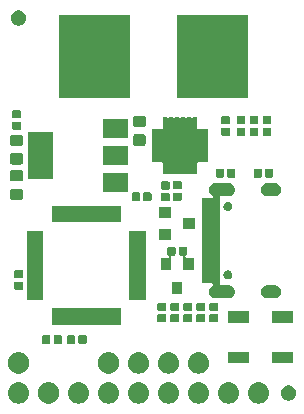
<source format=gts>
G04 #@! TF.GenerationSoftware,KiCad,Pcbnew,5.0.2+dfsg1-1*
G04 #@! TF.CreationDate,2021-01-20T13:30:11+01:00*
G04 #@! TF.ProjectId,edgedriver,65646765-6472-4697-9665-722e6b696361,rev?*
G04 #@! TF.SameCoordinates,Original*
G04 #@! TF.FileFunction,Soldermask,Top*
G04 #@! TF.FilePolarity,Negative*
%FSLAX46Y46*%
G04 Gerber Fmt 4.6, Leading zero omitted, Abs format (unit mm)*
G04 Created by KiCad (PCBNEW 5.0.2+dfsg1-1) date Wed Jan 20 13:30:11 2021*
%MOMM*%
%LPD*%
G01*
G04 APERTURE LIST*
%ADD10C,0.100000*%
G04 APERTURE END LIST*
D10*
G36*
X9000442Y894482D02*
X9066627Y887963D01*
X9179853Y853616D01*
X9236467Y836443D01*
X9375087Y762348D01*
X9392991Y752778D01*
X9428729Y723448D01*
X9530186Y640186D01*
X9613448Y538729D01*
X9642778Y502991D01*
X9642779Y502989D01*
X9726443Y346467D01*
X9726443Y346466D01*
X9777963Y176627D01*
X9795359Y0D01*
X9777963Y-176627D01*
X9774028Y-189598D01*
X9726443Y-346467D01*
X9690156Y-414354D01*
X9642778Y-502991D01*
X9641221Y-504888D01*
X9530186Y-640186D01*
X9457480Y-699853D01*
X9392991Y-752778D01*
X9392989Y-752779D01*
X9236467Y-836443D01*
X9179853Y-853616D01*
X9066627Y-887963D01*
X9000442Y-894482D01*
X8934260Y-901000D01*
X8845740Y-901000D01*
X8779558Y-894482D01*
X8713373Y-887963D01*
X8600147Y-853616D01*
X8543533Y-836443D01*
X8387011Y-752779D01*
X8387009Y-752778D01*
X8322520Y-699853D01*
X8249814Y-640186D01*
X8138779Y-504888D01*
X8137222Y-502991D01*
X8089844Y-414354D01*
X8053557Y-346467D01*
X8005972Y-189598D01*
X8002037Y-176627D01*
X7984641Y0D01*
X8002037Y176627D01*
X8053557Y346466D01*
X8053557Y346467D01*
X8137221Y502989D01*
X8137222Y502991D01*
X8166552Y538729D01*
X8249814Y640186D01*
X8351271Y723448D01*
X8387009Y752778D01*
X8404913Y762348D01*
X8543533Y836443D01*
X8600147Y853616D01*
X8713373Y887963D01*
X8779558Y894482D01*
X8845740Y901000D01*
X8934260Y901000D01*
X9000442Y894482D01*
X9000442Y894482D01*
G37*
G36*
X-6239558Y894482D02*
X-6173373Y887963D01*
X-6060147Y853616D01*
X-6003533Y836443D01*
X-5864913Y762348D01*
X-5847009Y752778D01*
X-5811271Y723448D01*
X-5709814Y640186D01*
X-5626552Y538729D01*
X-5597222Y502991D01*
X-5597221Y502989D01*
X-5513557Y346467D01*
X-5513557Y346466D01*
X-5462037Y176627D01*
X-5444641Y0D01*
X-5462037Y-176627D01*
X-5465972Y-189598D01*
X-5513557Y-346467D01*
X-5549844Y-414354D01*
X-5597222Y-502991D01*
X-5598779Y-504888D01*
X-5709814Y-640186D01*
X-5782520Y-699853D01*
X-5847009Y-752778D01*
X-5847011Y-752779D01*
X-6003533Y-836443D01*
X-6060147Y-853616D01*
X-6173373Y-887963D01*
X-6239558Y-894482D01*
X-6305740Y-901000D01*
X-6394260Y-901000D01*
X-6460442Y-894482D01*
X-6526627Y-887963D01*
X-6639853Y-853616D01*
X-6696467Y-836443D01*
X-6852989Y-752779D01*
X-6852991Y-752778D01*
X-6917480Y-699853D01*
X-6990186Y-640186D01*
X-7101221Y-504888D01*
X-7102778Y-502991D01*
X-7150156Y-414354D01*
X-7186443Y-346467D01*
X-7234028Y-189598D01*
X-7237963Y-176627D01*
X-7255359Y0D01*
X-7237963Y176627D01*
X-7186443Y346466D01*
X-7186443Y346467D01*
X-7102779Y502989D01*
X-7102778Y502991D01*
X-7073448Y538729D01*
X-6990186Y640186D01*
X-6888729Y723448D01*
X-6852991Y752778D01*
X-6835087Y762348D01*
X-6696467Y836443D01*
X-6639853Y853616D01*
X-6526627Y887963D01*
X-6460442Y894482D01*
X-6394260Y901000D01*
X-6305740Y901000D01*
X-6239558Y894482D01*
X-6239558Y894482D01*
G37*
G36*
X6460442Y894482D02*
X6526627Y887963D01*
X6639853Y853616D01*
X6696467Y836443D01*
X6835087Y762348D01*
X6852991Y752778D01*
X6888729Y723448D01*
X6990186Y640186D01*
X7073448Y538729D01*
X7102778Y502991D01*
X7102779Y502989D01*
X7186443Y346467D01*
X7186443Y346466D01*
X7237963Y176627D01*
X7255359Y0D01*
X7237963Y-176627D01*
X7234028Y-189598D01*
X7186443Y-346467D01*
X7150156Y-414354D01*
X7102778Y-502991D01*
X7101221Y-504888D01*
X6990186Y-640186D01*
X6917480Y-699853D01*
X6852991Y-752778D01*
X6852989Y-752779D01*
X6696467Y-836443D01*
X6639853Y-853616D01*
X6526627Y-887963D01*
X6460442Y-894482D01*
X6394260Y-901000D01*
X6305740Y-901000D01*
X6239558Y-894482D01*
X6173373Y-887963D01*
X6060147Y-853616D01*
X6003533Y-836443D01*
X5847011Y-752779D01*
X5847009Y-752778D01*
X5782520Y-699853D01*
X5709814Y-640186D01*
X5598779Y-504888D01*
X5597222Y-502991D01*
X5549844Y-414354D01*
X5513557Y-346467D01*
X5465972Y-189598D01*
X5462037Y-176627D01*
X5444641Y0D01*
X5462037Y176627D01*
X5513557Y346466D01*
X5513557Y346467D01*
X5597221Y502989D01*
X5597222Y502991D01*
X5626552Y538729D01*
X5709814Y640186D01*
X5811271Y723448D01*
X5847009Y752778D01*
X5864913Y762348D01*
X6003533Y836443D01*
X6060147Y853616D01*
X6173373Y887963D01*
X6239558Y894482D01*
X6305740Y901000D01*
X6394260Y901000D01*
X6460442Y894482D01*
X6460442Y894482D01*
G37*
G36*
X3920442Y894482D02*
X3986627Y887963D01*
X4099853Y853616D01*
X4156467Y836443D01*
X4295087Y762348D01*
X4312991Y752778D01*
X4348729Y723448D01*
X4450186Y640186D01*
X4533448Y538729D01*
X4562778Y502991D01*
X4562779Y502989D01*
X4646443Y346467D01*
X4646443Y346466D01*
X4697963Y176627D01*
X4715359Y0D01*
X4697963Y-176627D01*
X4694028Y-189598D01*
X4646443Y-346467D01*
X4610156Y-414354D01*
X4562778Y-502991D01*
X4561221Y-504888D01*
X4450186Y-640186D01*
X4377480Y-699853D01*
X4312991Y-752778D01*
X4312989Y-752779D01*
X4156467Y-836443D01*
X4099853Y-853616D01*
X3986627Y-887963D01*
X3920442Y-894482D01*
X3854260Y-901000D01*
X3765740Y-901000D01*
X3699558Y-894482D01*
X3633373Y-887963D01*
X3520147Y-853616D01*
X3463533Y-836443D01*
X3307011Y-752779D01*
X3307009Y-752778D01*
X3242520Y-699853D01*
X3169814Y-640186D01*
X3058779Y-504888D01*
X3057222Y-502991D01*
X3009844Y-414354D01*
X2973557Y-346467D01*
X2925972Y-189598D01*
X2922037Y-176627D01*
X2904641Y0D01*
X2922037Y176627D01*
X2973557Y346466D01*
X2973557Y346467D01*
X3057221Y502989D01*
X3057222Y502991D01*
X3086552Y538729D01*
X3169814Y640186D01*
X3271271Y723448D01*
X3307009Y752778D01*
X3324913Y762348D01*
X3463533Y836443D01*
X3520147Y853616D01*
X3633373Y887963D01*
X3699558Y894482D01*
X3765740Y901000D01*
X3854260Y901000D01*
X3920442Y894482D01*
X3920442Y894482D01*
G37*
G36*
X1380442Y894482D02*
X1446627Y887963D01*
X1559853Y853616D01*
X1616467Y836443D01*
X1755087Y762348D01*
X1772991Y752778D01*
X1808729Y723448D01*
X1910186Y640186D01*
X1993448Y538729D01*
X2022778Y502991D01*
X2022779Y502989D01*
X2106443Y346467D01*
X2106443Y346466D01*
X2157963Y176627D01*
X2175359Y0D01*
X2157963Y-176627D01*
X2154028Y-189598D01*
X2106443Y-346467D01*
X2070156Y-414354D01*
X2022778Y-502991D01*
X2021221Y-504888D01*
X1910186Y-640186D01*
X1837480Y-699853D01*
X1772991Y-752778D01*
X1772989Y-752779D01*
X1616467Y-836443D01*
X1559853Y-853616D01*
X1446627Y-887963D01*
X1380442Y-894482D01*
X1314260Y-901000D01*
X1225740Y-901000D01*
X1159558Y-894482D01*
X1093373Y-887963D01*
X980147Y-853616D01*
X923533Y-836443D01*
X767011Y-752779D01*
X767009Y-752778D01*
X702520Y-699853D01*
X629814Y-640186D01*
X518779Y-504888D01*
X517222Y-502991D01*
X469844Y-414354D01*
X433557Y-346467D01*
X385972Y-189598D01*
X382037Y-176627D01*
X364641Y0D01*
X382037Y176627D01*
X433557Y346466D01*
X433557Y346467D01*
X517221Y502989D01*
X517222Y502991D01*
X546552Y538729D01*
X629814Y640186D01*
X731271Y723448D01*
X767009Y752778D01*
X784913Y762348D01*
X923533Y836443D01*
X980147Y853616D01*
X1093373Y887963D01*
X1159558Y894482D01*
X1225740Y901000D01*
X1314260Y901000D01*
X1380442Y894482D01*
X1380442Y894482D01*
G37*
G36*
X-3699558Y894482D02*
X-3633373Y887963D01*
X-3520147Y853616D01*
X-3463533Y836443D01*
X-3324913Y762348D01*
X-3307009Y752778D01*
X-3271271Y723448D01*
X-3169814Y640186D01*
X-3086552Y538729D01*
X-3057222Y502991D01*
X-3057221Y502989D01*
X-2973557Y346467D01*
X-2973557Y346466D01*
X-2922037Y176627D01*
X-2904641Y0D01*
X-2922037Y-176627D01*
X-2925972Y-189598D01*
X-2973557Y-346467D01*
X-3009844Y-414354D01*
X-3057222Y-502991D01*
X-3058779Y-504888D01*
X-3169814Y-640186D01*
X-3242520Y-699853D01*
X-3307009Y-752778D01*
X-3307011Y-752779D01*
X-3463533Y-836443D01*
X-3520147Y-853616D01*
X-3633373Y-887963D01*
X-3699558Y-894482D01*
X-3765740Y-901000D01*
X-3854260Y-901000D01*
X-3920442Y-894482D01*
X-3986627Y-887963D01*
X-4099853Y-853616D01*
X-4156467Y-836443D01*
X-4312989Y-752779D01*
X-4312991Y-752778D01*
X-4377480Y-699853D01*
X-4450186Y-640186D01*
X-4561221Y-504888D01*
X-4562778Y-502991D01*
X-4610156Y-414354D01*
X-4646443Y-346467D01*
X-4694028Y-189598D01*
X-4697963Y-176627D01*
X-4715359Y0D01*
X-4697963Y176627D01*
X-4646443Y346466D01*
X-4646443Y346467D01*
X-4562779Y502989D01*
X-4562778Y502991D01*
X-4533448Y538729D01*
X-4450186Y640186D01*
X-4348729Y723448D01*
X-4312991Y752778D01*
X-4295087Y762348D01*
X-4156467Y836443D01*
X-4099853Y853616D01*
X-3986627Y887963D01*
X-3920442Y894482D01*
X-3854260Y901000D01*
X-3765740Y901000D01*
X-3699558Y894482D01*
X-3699558Y894482D01*
G37*
G36*
X-1159558Y894482D02*
X-1093373Y887963D01*
X-980147Y853616D01*
X-923533Y836443D01*
X-784913Y762348D01*
X-767009Y752778D01*
X-731271Y723448D01*
X-629814Y640186D01*
X-546552Y538729D01*
X-517222Y502991D01*
X-517221Y502989D01*
X-433557Y346467D01*
X-433557Y346466D01*
X-382037Y176627D01*
X-364641Y0D01*
X-382037Y-176627D01*
X-385972Y-189598D01*
X-433557Y-346467D01*
X-469844Y-414354D01*
X-517222Y-502991D01*
X-518779Y-504888D01*
X-629814Y-640186D01*
X-702520Y-699853D01*
X-767009Y-752778D01*
X-767011Y-752779D01*
X-923533Y-836443D01*
X-980147Y-853616D01*
X-1093373Y-887963D01*
X-1159558Y-894482D01*
X-1225740Y-901000D01*
X-1314260Y-901000D01*
X-1380442Y-894482D01*
X-1446627Y-887963D01*
X-1559853Y-853616D01*
X-1616467Y-836443D01*
X-1772989Y-752779D01*
X-1772991Y-752778D01*
X-1837480Y-699853D01*
X-1910186Y-640186D01*
X-2021221Y-504888D01*
X-2022778Y-502991D01*
X-2070156Y-414354D01*
X-2106443Y-346467D01*
X-2154028Y-189598D01*
X-2157963Y-176627D01*
X-2175359Y0D01*
X-2157963Y176627D01*
X-2106443Y346466D01*
X-2106443Y346467D01*
X-2022779Y502989D01*
X-2022778Y502991D01*
X-1993448Y538729D01*
X-1910186Y640186D01*
X-1808729Y723448D01*
X-1772991Y752778D01*
X-1755087Y762348D01*
X-1616467Y836443D01*
X-1559853Y853616D01*
X-1446627Y887963D01*
X-1380442Y894482D01*
X-1314260Y901000D01*
X-1225740Y901000D01*
X-1159558Y894482D01*
X-1159558Y894482D01*
G37*
G36*
X-11319558Y894482D02*
X-11253373Y887963D01*
X-11140147Y853616D01*
X-11083533Y836443D01*
X-10944913Y762348D01*
X-10927009Y752778D01*
X-10891271Y723448D01*
X-10789814Y640186D01*
X-10706552Y538729D01*
X-10677222Y502991D01*
X-10677221Y502989D01*
X-10593557Y346467D01*
X-10593557Y346466D01*
X-10542037Y176627D01*
X-10524641Y0D01*
X-10542037Y-176627D01*
X-10545972Y-189598D01*
X-10593557Y-346467D01*
X-10629844Y-414354D01*
X-10677222Y-502991D01*
X-10678779Y-504888D01*
X-10789814Y-640186D01*
X-10862520Y-699853D01*
X-10927009Y-752778D01*
X-10927011Y-752779D01*
X-11083533Y-836443D01*
X-11140147Y-853616D01*
X-11253373Y-887963D01*
X-11319558Y-894482D01*
X-11385740Y-901000D01*
X-11474260Y-901000D01*
X-11540442Y-894482D01*
X-11606627Y-887963D01*
X-11719853Y-853616D01*
X-11776467Y-836443D01*
X-11932989Y-752779D01*
X-11932991Y-752778D01*
X-11997480Y-699853D01*
X-12070186Y-640186D01*
X-12181221Y-504888D01*
X-12182778Y-502991D01*
X-12230156Y-414354D01*
X-12266443Y-346467D01*
X-12314028Y-189598D01*
X-12317963Y-176627D01*
X-12335359Y0D01*
X-12317963Y176627D01*
X-12266443Y346466D01*
X-12266443Y346467D01*
X-12182779Y502989D01*
X-12182778Y502991D01*
X-12153448Y538729D01*
X-12070186Y640186D01*
X-11968729Y723448D01*
X-11932991Y752778D01*
X-11915087Y762348D01*
X-11776467Y836443D01*
X-11719853Y853616D01*
X-11606627Y887963D01*
X-11540442Y894482D01*
X-11474260Y901000D01*
X-11385740Y901000D01*
X-11319558Y894482D01*
X-11319558Y894482D01*
G37*
G36*
X-8627188Y866376D02*
X-8463216Y798456D01*
X-8315646Y699853D01*
X-8190147Y574354D01*
X-8091544Y426784D01*
X-8023624Y262812D01*
X-7989000Y88741D01*
X-7989000Y-88741D01*
X-8023624Y-262812D01*
X-8091544Y-426784D01*
X-8190147Y-574354D01*
X-8315646Y-699853D01*
X-8463216Y-798456D01*
X-8627188Y-866376D01*
X-8801259Y-901000D01*
X-8978741Y-901000D01*
X-9152812Y-866376D01*
X-9316784Y-798456D01*
X-9464354Y-699853D01*
X-9589853Y-574354D01*
X-9688456Y-426784D01*
X-9756376Y-262812D01*
X-9791000Y-88741D01*
X-9791000Y88741D01*
X-9756376Y262812D01*
X-9688456Y426784D01*
X-9589853Y574354D01*
X-9464354Y699853D01*
X-9316784Y798456D01*
X-9152812Y866376D01*
X-8978741Y901000D01*
X-8801259Y901000D01*
X-8627188Y866376D01*
X-8627188Y866376D01*
G37*
G36*
X11577738Y633347D02*
X11619598Y625021D01*
X11654245Y610670D01*
X11737890Y576023D01*
X11844354Y504886D01*
X11934886Y414354D01*
X12006023Y307890D01*
X12055021Y189597D01*
X12080000Y64021D01*
X12080000Y-64021D01*
X12055021Y-189597D01*
X12006023Y-307890D01*
X11934886Y-414354D01*
X11844354Y-504886D01*
X11737890Y-576023D01*
X11654245Y-610670D01*
X11619598Y-625021D01*
X11577738Y-633347D01*
X11494021Y-650000D01*
X11365979Y-650000D01*
X11282262Y-633347D01*
X11240402Y-625021D01*
X11205755Y-610670D01*
X11122110Y-576023D01*
X11015646Y-504886D01*
X10925114Y-414354D01*
X10853977Y-307890D01*
X10804979Y-189597D01*
X10780000Y-64021D01*
X10780000Y64021D01*
X10804979Y189597D01*
X10853977Y307890D01*
X10925114Y414354D01*
X11015646Y504886D01*
X11122110Y576023D01*
X11205755Y610670D01*
X11240402Y625021D01*
X11282262Y633347D01*
X11365979Y650000D01*
X11494021Y650000D01*
X11577738Y633347D01*
X11577738Y633347D01*
G37*
G36*
X-3547188Y3406376D02*
X-3383216Y3338456D01*
X-3235646Y3239853D01*
X-3110147Y3114354D01*
X-3011544Y2966784D01*
X-2943624Y2802812D01*
X-2909000Y2628741D01*
X-2909000Y2451259D01*
X-2943624Y2277188D01*
X-3011544Y2113216D01*
X-3110147Y1965646D01*
X-3235646Y1840147D01*
X-3383216Y1741544D01*
X-3547188Y1673624D01*
X-3721259Y1639000D01*
X-3898741Y1639000D01*
X-4072812Y1673624D01*
X-4236784Y1741544D01*
X-4384354Y1840147D01*
X-4509853Y1965646D01*
X-4608456Y2113216D01*
X-4676376Y2277188D01*
X-4711000Y2451259D01*
X-4711000Y2628741D01*
X-4676376Y2802812D01*
X-4608456Y2966784D01*
X-4509853Y3114354D01*
X-4384354Y3239853D01*
X-4236784Y3338456D01*
X-4072812Y3406376D01*
X-3898741Y3441000D01*
X-3721259Y3441000D01*
X-3547188Y3406376D01*
X-3547188Y3406376D01*
G37*
G36*
X-11167188Y3406376D02*
X-11003216Y3338456D01*
X-10855646Y3239853D01*
X-10730147Y3114354D01*
X-10631544Y2966784D01*
X-10563624Y2802812D01*
X-10529000Y2628741D01*
X-10529000Y2451259D01*
X-10563624Y2277188D01*
X-10631544Y2113216D01*
X-10730147Y1965646D01*
X-10855646Y1840147D01*
X-11003216Y1741544D01*
X-11167188Y1673624D01*
X-11341259Y1639000D01*
X-11518741Y1639000D01*
X-11692812Y1673624D01*
X-11856784Y1741544D01*
X-12004354Y1840147D01*
X-12129853Y1965646D01*
X-12228456Y2113216D01*
X-12296376Y2277188D01*
X-12331000Y2451259D01*
X-12331000Y2628741D01*
X-12296376Y2802812D01*
X-12228456Y2966784D01*
X-12129853Y3114354D01*
X-12004354Y3239853D01*
X-11856784Y3338456D01*
X-11692812Y3406376D01*
X-11518741Y3441000D01*
X-11341259Y3441000D01*
X-11167188Y3406376D01*
X-11167188Y3406376D01*
G37*
G36*
X3920443Y3434481D02*
X3986627Y3427963D01*
X4099853Y3393616D01*
X4156467Y3376443D01*
X4295087Y3302348D01*
X4312991Y3292778D01*
X4348729Y3263448D01*
X4450186Y3180186D01*
X4533448Y3078729D01*
X4562778Y3042991D01*
X4562779Y3042989D01*
X4646443Y2886467D01*
X4646443Y2886466D01*
X4697963Y2716627D01*
X4715359Y2540000D01*
X4697963Y2363373D01*
X4671819Y2277188D01*
X4646443Y2193533D01*
X4603513Y2113218D01*
X4562778Y2037009D01*
X4533448Y2001271D01*
X4450186Y1899814D01*
X4377480Y1840147D01*
X4312991Y1787222D01*
X4312989Y1787221D01*
X4156467Y1703557D01*
X4099853Y1686384D01*
X3986627Y1652037D01*
X3920443Y1645519D01*
X3854260Y1639000D01*
X3765740Y1639000D01*
X3699557Y1645519D01*
X3633373Y1652037D01*
X3520147Y1686384D01*
X3463533Y1703557D01*
X3307011Y1787221D01*
X3307009Y1787222D01*
X3242520Y1840147D01*
X3169814Y1899814D01*
X3086552Y2001271D01*
X3057222Y2037009D01*
X3016487Y2113218D01*
X2973557Y2193533D01*
X2948181Y2277188D01*
X2922037Y2363373D01*
X2904641Y2540000D01*
X2922037Y2716627D01*
X2973557Y2886466D01*
X2973557Y2886467D01*
X3057221Y3042989D01*
X3057222Y3042991D01*
X3086552Y3078729D01*
X3169814Y3180186D01*
X3271271Y3263448D01*
X3307009Y3292778D01*
X3324913Y3302348D01*
X3463533Y3376443D01*
X3520147Y3393616D01*
X3633373Y3427963D01*
X3699557Y3434481D01*
X3765740Y3441000D01*
X3854260Y3441000D01*
X3920443Y3434481D01*
X3920443Y3434481D01*
G37*
G36*
X-1159557Y3434481D02*
X-1093373Y3427963D01*
X-980147Y3393616D01*
X-923533Y3376443D01*
X-784913Y3302348D01*
X-767009Y3292778D01*
X-731271Y3263448D01*
X-629814Y3180186D01*
X-546552Y3078729D01*
X-517222Y3042991D01*
X-517221Y3042989D01*
X-433557Y2886467D01*
X-433557Y2886466D01*
X-382037Y2716627D01*
X-364641Y2540000D01*
X-382037Y2363373D01*
X-408181Y2277188D01*
X-433557Y2193533D01*
X-476487Y2113218D01*
X-517222Y2037009D01*
X-546552Y2001271D01*
X-629814Y1899814D01*
X-702520Y1840147D01*
X-767009Y1787222D01*
X-767011Y1787221D01*
X-923533Y1703557D01*
X-980147Y1686384D01*
X-1093373Y1652037D01*
X-1159557Y1645519D01*
X-1225740Y1639000D01*
X-1314260Y1639000D01*
X-1380443Y1645519D01*
X-1446627Y1652037D01*
X-1559853Y1686384D01*
X-1616467Y1703557D01*
X-1772989Y1787221D01*
X-1772991Y1787222D01*
X-1837480Y1840147D01*
X-1910186Y1899814D01*
X-1993448Y2001271D01*
X-2022778Y2037009D01*
X-2063513Y2113218D01*
X-2106443Y2193533D01*
X-2131819Y2277188D01*
X-2157963Y2363373D01*
X-2175359Y2540000D01*
X-2157963Y2716627D01*
X-2106443Y2886466D01*
X-2106443Y2886467D01*
X-2022779Y3042989D01*
X-2022778Y3042991D01*
X-1993448Y3078729D01*
X-1910186Y3180186D01*
X-1808729Y3263448D01*
X-1772991Y3292778D01*
X-1755087Y3302348D01*
X-1616467Y3376443D01*
X-1559853Y3393616D01*
X-1446627Y3427963D01*
X-1380443Y3434481D01*
X-1314260Y3441000D01*
X-1225740Y3441000D01*
X-1159557Y3434481D01*
X-1159557Y3434481D01*
G37*
G36*
X1380443Y3434481D02*
X1446627Y3427963D01*
X1559853Y3393616D01*
X1616467Y3376443D01*
X1755087Y3302348D01*
X1772991Y3292778D01*
X1808729Y3263448D01*
X1910186Y3180186D01*
X1993448Y3078729D01*
X2022778Y3042991D01*
X2022779Y3042989D01*
X2106443Y2886467D01*
X2106443Y2886466D01*
X2157963Y2716627D01*
X2175359Y2540000D01*
X2157963Y2363373D01*
X2131819Y2277188D01*
X2106443Y2193533D01*
X2063513Y2113218D01*
X2022778Y2037009D01*
X1993448Y2001271D01*
X1910186Y1899814D01*
X1837480Y1840147D01*
X1772991Y1787222D01*
X1772989Y1787221D01*
X1616467Y1703557D01*
X1559853Y1686384D01*
X1446627Y1652037D01*
X1380443Y1645519D01*
X1314260Y1639000D01*
X1225740Y1639000D01*
X1159557Y1645519D01*
X1093373Y1652037D01*
X980147Y1686384D01*
X923533Y1703557D01*
X767011Y1787221D01*
X767009Y1787222D01*
X702520Y1840147D01*
X629814Y1899814D01*
X546552Y2001271D01*
X517222Y2037009D01*
X476487Y2113218D01*
X433557Y2193533D01*
X408181Y2277188D01*
X382037Y2363373D01*
X364641Y2540000D01*
X382037Y2716627D01*
X433557Y2886466D01*
X433557Y2886467D01*
X517221Y3042989D01*
X517222Y3042991D01*
X546552Y3078729D01*
X629814Y3180186D01*
X731271Y3263448D01*
X767009Y3292778D01*
X784913Y3302348D01*
X923533Y3376443D01*
X980147Y3393616D01*
X1093373Y3427963D01*
X1159557Y3434481D01*
X1225740Y3441000D01*
X1314260Y3441000D01*
X1380443Y3434481D01*
X1380443Y3434481D01*
G37*
G36*
X8101000Y2499000D02*
X6299000Y2499000D01*
X6299000Y3501000D01*
X8101000Y3501000D01*
X8101000Y2499000D01*
X8101000Y2499000D01*
G37*
G36*
X11801000Y2499000D02*
X9999000Y2499000D01*
X9999000Y3501000D01*
X11801000Y3501000D01*
X11801000Y2499000D01*
X11801000Y2499000D01*
G37*
G36*
X-8828062Y4868284D02*
X-8807444Y4862030D01*
X-8788444Y4851874D01*
X-8771792Y4838208D01*
X-8758126Y4821556D01*
X-8747970Y4802556D01*
X-8741716Y4781938D01*
X-8739000Y4754360D01*
X-8739000Y4245640D01*
X-8741716Y4218062D01*
X-8747970Y4197444D01*
X-8758126Y4178444D01*
X-8771792Y4161792D01*
X-8788444Y4148126D01*
X-8807444Y4137970D01*
X-8828062Y4131716D01*
X-8855640Y4129000D01*
X-9314360Y4129000D01*
X-9341938Y4131716D01*
X-9362556Y4137970D01*
X-9381556Y4148126D01*
X-9398208Y4161792D01*
X-9411874Y4178444D01*
X-9422030Y4197444D01*
X-9428284Y4218062D01*
X-9431000Y4245640D01*
X-9431000Y4754360D01*
X-9428284Y4781938D01*
X-9422030Y4802556D01*
X-9411874Y4821556D01*
X-9398208Y4838208D01*
X-9381556Y4851874D01*
X-9362556Y4862030D01*
X-9341938Y4868284D01*
X-9314360Y4871000D01*
X-8855640Y4871000D01*
X-8828062Y4868284D01*
X-8828062Y4868284D01*
G37*
G36*
X-5758062Y4868284D02*
X-5737444Y4862030D01*
X-5718444Y4851874D01*
X-5701792Y4838208D01*
X-5688126Y4821556D01*
X-5677970Y4802556D01*
X-5671716Y4781938D01*
X-5669000Y4754360D01*
X-5669000Y4245640D01*
X-5671716Y4218062D01*
X-5677970Y4197444D01*
X-5688126Y4178444D01*
X-5701792Y4161792D01*
X-5718444Y4148126D01*
X-5737444Y4137970D01*
X-5758062Y4131716D01*
X-5785640Y4129000D01*
X-6244360Y4129000D01*
X-6271938Y4131716D01*
X-6292556Y4137970D01*
X-6311556Y4148126D01*
X-6328208Y4161792D01*
X-6341874Y4178444D01*
X-6352030Y4197444D01*
X-6358284Y4218062D01*
X-6361000Y4245640D01*
X-6361000Y4754360D01*
X-6358284Y4781938D01*
X-6352030Y4802556D01*
X-6341874Y4821556D01*
X-6328208Y4838208D01*
X-6311556Y4851874D01*
X-6292556Y4862030D01*
X-6271938Y4868284D01*
X-6244360Y4871000D01*
X-5785640Y4871000D01*
X-5758062Y4868284D01*
X-5758062Y4868284D01*
G37*
G36*
X-6728062Y4868284D02*
X-6707444Y4862030D01*
X-6688444Y4851874D01*
X-6671792Y4838208D01*
X-6658126Y4821556D01*
X-6647970Y4802556D01*
X-6641716Y4781938D01*
X-6639000Y4754360D01*
X-6639000Y4245640D01*
X-6641716Y4218062D01*
X-6647970Y4197444D01*
X-6658126Y4178444D01*
X-6671792Y4161792D01*
X-6688444Y4148126D01*
X-6707444Y4137970D01*
X-6728062Y4131716D01*
X-6755640Y4129000D01*
X-7214360Y4129000D01*
X-7241938Y4131716D01*
X-7262556Y4137970D01*
X-7281556Y4148126D01*
X-7298208Y4161792D01*
X-7311874Y4178444D01*
X-7322030Y4197444D01*
X-7328284Y4218062D01*
X-7331000Y4245640D01*
X-7331000Y4754360D01*
X-7328284Y4781938D01*
X-7322030Y4802556D01*
X-7311874Y4821556D01*
X-7298208Y4838208D01*
X-7281556Y4851874D01*
X-7262556Y4862030D01*
X-7241938Y4868284D01*
X-7214360Y4871000D01*
X-6755640Y4871000D01*
X-6728062Y4868284D01*
X-6728062Y4868284D01*
G37*
G36*
X-7858062Y4868284D02*
X-7837444Y4862030D01*
X-7818444Y4851874D01*
X-7801792Y4838208D01*
X-7788126Y4821556D01*
X-7777970Y4802556D01*
X-7771716Y4781938D01*
X-7769000Y4754360D01*
X-7769000Y4245640D01*
X-7771716Y4218062D01*
X-7777970Y4197444D01*
X-7788126Y4178444D01*
X-7801792Y4161792D01*
X-7818444Y4148126D01*
X-7837444Y4137970D01*
X-7858062Y4131716D01*
X-7885640Y4129000D01*
X-8344360Y4129000D01*
X-8371938Y4131716D01*
X-8392556Y4137970D01*
X-8411556Y4148126D01*
X-8428208Y4161792D01*
X-8441874Y4178444D01*
X-8452030Y4197444D01*
X-8458284Y4218062D01*
X-8461000Y4245640D01*
X-8461000Y4754360D01*
X-8458284Y4781938D01*
X-8452030Y4802556D01*
X-8441874Y4821556D01*
X-8428208Y4838208D01*
X-8411556Y4851874D01*
X-8392556Y4862030D01*
X-8371938Y4868284D01*
X-8344360Y4871000D01*
X-7885640Y4871000D01*
X-7858062Y4868284D01*
X-7858062Y4868284D01*
G37*
G36*
X-2774000Y5749000D02*
X-8626000Y5749000D01*
X-8626000Y7151000D01*
X-2774000Y7151000D01*
X-2774000Y5749000D01*
X-2774000Y5749000D01*
G37*
G36*
X11801000Y5899000D02*
X9999000Y5899000D01*
X9999000Y6901000D01*
X11801000Y6901000D01*
X11801000Y5899000D01*
X11801000Y5899000D01*
G37*
G36*
X8101000Y5899000D02*
X6299000Y5899000D01*
X6299000Y6901000D01*
X8101000Y6901000D01*
X8101000Y5899000D01*
X8101000Y5899000D01*
G37*
G36*
X5381938Y6658284D02*
X5402556Y6652030D01*
X5421556Y6641874D01*
X5438208Y6628208D01*
X5451874Y6611556D01*
X5462030Y6592556D01*
X5468284Y6571938D01*
X5471000Y6544360D01*
X5471000Y6085640D01*
X5468284Y6058062D01*
X5462030Y6037444D01*
X5451874Y6018444D01*
X5438208Y6001792D01*
X5421556Y5988126D01*
X5402556Y5977970D01*
X5381938Y5971716D01*
X5354360Y5969000D01*
X4845640Y5969000D01*
X4818062Y5971716D01*
X4797444Y5977970D01*
X4778444Y5988126D01*
X4761792Y6001792D01*
X4748126Y6018444D01*
X4737970Y6037444D01*
X4731716Y6058062D01*
X4729000Y6085640D01*
X4729000Y6544360D01*
X4731716Y6571938D01*
X4737970Y6592556D01*
X4748126Y6611556D01*
X4761792Y6628208D01*
X4778444Y6641874D01*
X4797444Y6652030D01*
X4818062Y6658284D01*
X4845640Y6661000D01*
X5354360Y6661000D01*
X5381938Y6658284D01*
X5381938Y6658284D01*
G37*
G36*
X981938Y6658284D02*
X1002556Y6652030D01*
X1021556Y6641874D01*
X1038208Y6628208D01*
X1051874Y6611556D01*
X1062030Y6592556D01*
X1068284Y6571938D01*
X1071000Y6544360D01*
X1071000Y6085640D01*
X1068284Y6058062D01*
X1062030Y6037444D01*
X1051874Y6018444D01*
X1038208Y6001792D01*
X1021556Y5988126D01*
X1002556Y5977970D01*
X981938Y5971716D01*
X954360Y5969000D01*
X445640Y5969000D01*
X418062Y5971716D01*
X397444Y5977970D01*
X378444Y5988126D01*
X361792Y6001792D01*
X348126Y6018444D01*
X337970Y6037444D01*
X331716Y6058062D01*
X329000Y6085640D01*
X329000Y6544360D01*
X331716Y6571938D01*
X337970Y6592556D01*
X348126Y6611556D01*
X361792Y6628208D01*
X378444Y6641874D01*
X397444Y6652030D01*
X418062Y6658284D01*
X445640Y6661000D01*
X954360Y6661000D01*
X981938Y6658284D01*
X981938Y6658284D01*
G37*
G36*
X3181938Y6658284D02*
X3202556Y6652030D01*
X3221556Y6641874D01*
X3238208Y6628208D01*
X3251874Y6611556D01*
X3262030Y6592556D01*
X3268284Y6571938D01*
X3271000Y6544360D01*
X3271000Y6085640D01*
X3268284Y6058062D01*
X3262030Y6037444D01*
X3251874Y6018444D01*
X3238208Y6001792D01*
X3221556Y5988126D01*
X3202556Y5977970D01*
X3181938Y5971716D01*
X3154360Y5969000D01*
X2645640Y5969000D01*
X2618062Y5971716D01*
X2597444Y5977970D01*
X2578444Y5988126D01*
X2561792Y6001792D01*
X2548126Y6018444D01*
X2537970Y6037444D01*
X2531716Y6058062D01*
X2529000Y6085640D01*
X2529000Y6544360D01*
X2531716Y6571938D01*
X2537970Y6592556D01*
X2548126Y6611556D01*
X2561792Y6628208D01*
X2578444Y6641874D01*
X2597444Y6652030D01*
X2618062Y6658284D01*
X2645640Y6661000D01*
X3154360Y6661000D01*
X3181938Y6658284D01*
X3181938Y6658284D01*
G37*
G36*
X2081938Y6658284D02*
X2102556Y6652030D01*
X2121556Y6641874D01*
X2138208Y6628208D01*
X2151874Y6611556D01*
X2162030Y6592556D01*
X2168284Y6571938D01*
X2171000Y6544360D01*
X2171000Y6085640D01*
X2168284Y6058062D01*
X2162030Y6037444D01*
X2151874Y6018444D01*
X2138208Y6001792D01*
X2121556Y5988126D01*
X2102556Y5977970D01*
X2081938Y5971716D01*
X2054360Y5969000D01*
X1545640Y5969000D01*
X1518062Y5971716D01*
X1497444Y5977970D01*
X1478444Y5988126D01*
X1461792Y6001792D01*
X1448126Y6018444D01*
X1437970Y6037444D01*
X1431716Y6058062D01*
X1429000Y6085640D01*
X1429000Y6544360D01*
X1431716Y6571938D01*
X1437970Y6592556D01*
X1448126Y6611556D01*
X1461792Y6628208D01*
X1478444Y6641874D01*
X1497444Y6652030D01*
X1518062Y6658284D01*
X1545640Y6661000D01*
X2054360Y6661000D01*
X2081938Y6658284D01*
X2081938Y6658284D01*
G37*
G36*
X4281938Y6658284D02*
X4302556Y6652030D01*
X4321556Y6641874D01*
X4338208Y6628208D01*
X4351874Y6611556D01*
X4362030Y6592556D01*
X4368284Y6571938D01*
X4371000Y6544360D01*
X4371000Y6085640D01*
X4368284Y6058062D01*
X4362030Y6037444D01*
X4351874Y6018444D01*
X4338208Y6001792D01*
X4321556Y5988126D01*
X4302556Y5977970D01*
X4281938Y5971716D01*
X4254360Y5969000D01*
X3745640Y5969000D01*
X3718062Y5971716D01*
X3697444Y5977970D01*
X3678444Y5988126D01*
X3661792Y6001792D01*
X3648126Y6018444D01*
X3637970Y6037444D01*
X3631716Y6058062D01*
X3629000Y6085640D01*
X3629000Y6544360D01*
X3631716Y6571938D01*
X3637970Y6592556D01*
X3648126Y6611556D01*
X3661792Y6628208D01*
X3678444Y6641874D01*
X3697444Y6652030D01*
X3718062Y6658284D01*
X3745640Y6661000D01*
X4254360Y6661000D01*
X4281938Y6658284D01*
X4281938Y6658284D01*
G37*
G36*
X4281938Y7628284D02*
X4302556Y7622030D01*
X4321556Y7611874D01*
X4338208Y7598208D01*
X4351874Y7581556D01*
X4362030Y7562556D01*
X4368284Y7541938D01*
X4371000Y7514360D01*
X4371000Y7055640D01*
X4368284Y7028062D01*
X4362030Y7007444D01*
X4351874Y6988444D01*
X4338208Y6971792D01*
X4321556Y6958126D01*
X4302556Y6947970D01*
X4281938Y6941716D01*
X4254360Y6939000D01*
X3745640Y6939000D01*
X3718062Y6941716D01*
X3697444Y6947970D01*
X3678444Y6958126D01*
X3661792Y6971792D01*
X3648126Y6988444D01*
X3637970Y7007444D01*
X3631716Y7028062D01*
X3629000Y7055640D01*
X3629000Y7514360D01*
X3631716Y7541938D01*
X3637970Y7562556D01*
X3648126Y7581556D01*
X3661792Y7598208D01*
X3678444Y7611874D01*
X3697444Y7622030D01*
X3718062Y7628284D01*
X3745640Y7631000D01*
X4254360Y7631000D01*
X4281938Y7628284D01*
X4281938Y7628284D01*
G37*
G36*
X981938Y7628284D02*
X1002556Y7622030D01*
X1021556Y7611874D01*
X1038208Y7598208D01*
X1051874Y7581556D01*
X1062030Y7562556D01*
X1068284Y7541938D01*
X1071000Y7514360D01*
X1071000Y7055640D01*
X1068284Y7028062D01*
X1062030Y7007444D01*
X1051874Y6988444D01*
X1038208Y6971792D01*
X1021556Y6958126D01*
X1002556Y6947970D01*
X981938Y6941716D01*
X954360Y6939000D01*
X445640Y6939000D01*
X418062Y6941716D01*
X397444Y6947970D01*
X378444Y6958126D01*
X361792Y6971792D01*
X348126Y6988444D01*
X337970Y7007444D01*
X331716Y7028062D01*
X329000Y7055640D01*
X329000Y7514360D01*
X331716Y7541938D01*
X337970Y7562556D01*
X348126Y7581556D01*
X361792Y7598208D01*
X378444Y7611874D01*
X397444Y7622030D01*
X418062Y7628284D01*
X445640Y7631000D01*
X954360Y7631000D01*
X981938Y7628284D01*
X981938Y7628284D01*
G37*
G36*
X5381938Y7628284D02*
X5402556Y7622030D01*
X5421556Y7611874D01*
X5438208Y7598208D01*
X5451874Y7581556D01*
X5462030Y7562556D01*
X5468284Y7541938D01*
X5471000Y7514360D01*
X5471000Y7055640D01*
X5468284Y7028062D01*
X5462030Y7007444D01*
X5451874Y6988444D01*
X5438208Y6971792D01*
X5421556Y6958126D01*
X5402556Y6947970D01*
X5381938Y6941716D01*
X5354360Y6939000D01*
X4845640Y6939000D01*
X4818062Y6941716D01*
X4797444Y6947970D01*
X4778444Y6958126D01*
X4761792Y6971792D01*
X4748126Y6988444D01*
X4737970Y7007444D01*
X4731716Y7028062D01*
X4729000Y7055640D01*
X4729000Y7514360D01*
X4731716Y7541938D01*
X4737970Y7562556D01*
X4748126Y7581556D01*
X4761792Y7598208D01*
X4778444Y7611874D01*
X4797444Y7622030D01*
X4818062Y7628284D01*
X4845640Y7631000D01*
X5354360Y7631000D01*
X5381938Y7628284D01*
X5381938Y7628284D01*
G37*
G36*
X2081938Y7628284D02*
X2102556Y7622030D01*
X2121556Y7611874D01*
X2138208Y7598208D01*
X2151874Y7581556D01*
X2162030Y7562556D01*
X2168284Y7541938D01*
X2171000Y7514360D01*
X2171000Y7055640D01*
X2168284Y7028062D01*
X2162030Y7007444D01*
X2151874Y6988444D01*
X2138208Y6971792D01*
X2121556Y6958126D01*
X2102556Y6947970D01*
X2081938Y6941716D01*
X2054360Y6939000D01*
X1545640Y6939000D01*
X1518062Y6941716D01*
X1497444Y6947970D01*
X1478444Y6958126D01*
X1461792Y6971792D01*
X1448126Y6988444D01*
X1437970Y7007444D01*
X1431716Y7028062D01*
X1429000Y7055640D01*
X1429000Y7514360D01*
X1431716Y7541938D01*
X1437970Y7562556D01*
X1448126Y7581556D01*
X1461792Y7598208D01*
X1478444Y7611874D01*
X1497444Y7622030D01*
X1518062Y7628284D01*
X1545640Y7631000D01*
X2054360Y7631000D01*
X2081938Y7628284D01*
X2081938Y7628284D01*
G37*
G36*
X3181938Y7628284D02*
X3202556Y7622030D01*
X3221556Y7611874D01*
X3238208Y7598208D01*
X3251874Y7581556D01*
X3262030Y7562556D01*
X3268284Y7541938D01*
X3271000Y7514360D01*
X3271000Y7055640D01*
X3268284Y7028062D01*
X3262030Y7007444D01*
X3251874Y6988444D01*
X3238208Y6971792D01*
X3221556Y6958126D01*
X3202556Y6947970D01*
X3181938Y6941716D01*
X3154360Y6939000D01*
X2645640Y6939000D01*
X2618062Y6941716D01*
X2597444Y6947970D01*
X2578444Y6958126D01*
X2561792Y6971792D01*
X2548126Y6988444D01*
X2537970Y7007444D01*
X2531716Y7028062D01*
X2529000Y7055640D01*
X2529000Y7514360D01*
X2531716Y7541938D01*
X2537970Y7562556D01*
X2548126Y7581556D01*
X2561792Y7598208D01*
X2578444Y7611874D01*
X2597444Y7622030D01*
X2618062Y7628284D01*
X2645640Y7631000D01*
X3154360Y7631000D01*
X3181938Y7628284D01*
X3181938Y7628284D01*
G37*
G36*
X-649000Y7874000D02*
X-2051000Y7874000D01*
X-2051000Y13726000D01*
X-649000Y13726000D01*
X-649000Y7874000D01*
X-649000Y7874000D01*
G37*
G36*
X-9349000Y7874000D02*
X-10751000Y7874000D01*
X-10751000Y13726000D01*
X-9349000Y13726000D01*
X-9349000Y7874000D01*
X-9349000Y7874000D01*
G37*
G36*
X6428015Y17763027D02*
X6531879Y17731521D01*
X6627600Y17680356D01*
X6711501Y17611501D01*
X6780356Y17527600D01*
X6831521Y17431879D01*
X6863027Y17328015D01*
X6873666Y17220000D01*
X6863027Y17111985D01*
X6831521Y17008121D01*
X6780356Y16912400D01*
X6711501Y16828499D01*
X6627600Y16759644D01*
X6531879Y16708479D01*
X6428015Y16676973D01*
X6347067Y16669000D01*
X5756000Y16669000D01*
X5731614Y16666598D01*
X5708165Y16659485D01*
X5686554Y16647934D01*
X5667612Y16632388D01*
X5652066Y16613446D01*
X5640515Y16591835D01*
X5633402Y16568386D01*
X5631000Y16544000D01*
X5631000Y9256000D01*
X5633402Y9231614D01*
X5640515Y9208165D01*
X5652066Y9186554D01*
X5667612Y9167612D01*
X5686554Y9152066D01*
X5708165Y9140515D01*
X5731614Y9133402D01*
X5756000Y9131000D01*
X6347067Y9131000D01*
X6428015Y9123027D01*
X6531879Y9091521D01*
X6627600Y9040356D01*
X6711501Y8971501D01*
X6780356Y8887600D01*
X6831521Y8791879D01*
X6863027Y8688015D01*
X6873666Y8580000D01*
X6863027Y8471985D01*
X6831521Y8368121D01*
X6780356Y8272400D01*
X6711501Y8188499D01*
X6627600Y8119644D01*
X6531879Y8068479D01*
X6428015Y8036973D01*
X6347067Y8029000D01*
X5192933Y8029000D01*
X5111985Y8036973D01*
X5008121Y8068479D01*
X4912400Y8119644D01*
X4828499Y8188499D01*
X4759644Y8272400D01*
X4708479Y8368121D01*
X4676973Y8471985D01*
X4666334Y8580000D01*
X4676973Y8688015D01*
X4708479Y8791879D01*
X4759644Y8887600D01*
X4828499Y8971501D01*
X4912400Y9040356D01*
X4956195Y9063766D01*
X4976561Y9077374D01*
X4993889Y9094701D01*
X5007502Y9115076D01*
X5016880Y9137715D01*
X5021660Y9161748D01*
X5021660Y9186252D01*
X5016879Y9210286D01*
X5007502Y9232925D01*
X4993888Y9253299D01*
X4976561Y9270627D01*
X4956186Y9284240D01*
X4933547Y9293618D01*
X4897262Y9299000D01*
X4079000Y9299000D01*
X4079000Y16501000D01*
X4897262Y16501000D01*
X4921648Y16503402D01*
X4945097Y16510515D01*
X4966708Y16522066D01*
X4985650Y16537612D01*
X5001196Y16556554D01*
X5012747Y16578165D01*
X5019860Y16601614D01*
X5022262Y16626000D01*
X5019860Y16650386D01*
X5012747Y16673835D01*
X5001196Y16695446D01*
X4985650Y16714388D01*
X4956192Y16736236D01*
X4912400Y16759644D01*
X4828499Y16828499D01*
X4759644Y16912400D01*
X4708479Y17008121D01*
X4676973Y17111985D01*
X4666334Y17220000D01*
X4676973Y17328015D01*
X4708479Y17431879D01*
X4759644Y17527600D01*
X4828499Y17611501D01*
X4912400Y17680356D01*
X5008121Y17731521D01*
X5111985Y17763027D01*
X5192933Y17771000D01*
X6347067Y17771000D01*
X6428015Y17763027D01*
X6428015Y17763027D01*
G37*
G36*
X10358015Y9123027D02*
X10461879Y9091521D01*
X10557600Y9040356D01*
X10641501Y8971501D01*
X10710356Y8887600D01*
X10761521Y8791879D01*
X10793027Y8688015D01*
X10803666Y8580000D01*
X10793027Y8471985D01*
X10761521Y8368121D01*
X10710356Y8272400D01*
X10641501Y8188499D01*
X10557600Y8119644D01*
X10461879Y8068479D01*
X10358015Y8036973D01*
X10277067Y8029000D01*
X9622933Y8029000D01*
X9541985Y8036973D01*
X9438121Y8068479D01*
X9342400Y8119644D01*
X9258499Y8188499D01*
X9189644Y8272400D01*
X9138479Y8368121D01*
X9106973Y8471985D01*
X9096334Y8580000D01*
X9106973Y8688015D01*
X9138479Y8791879D01*
X9189644Y8887600D01*
X9258499Y8971501D01*
X9342400Y9040356D01*
X9438121Y9091521D01*
X9541985Y9123027D01*
X9622933Y9131000D01*
X10277067Y9131000D01*
X10358015Y9123027D01*
X10358015Y9123027D01*
G37*
G36*
X2451000Y8399000D02*
X1549000Y8399000D01*
X1549000Y9401000D01*
X2451000Y9401000D01*
X2451000Y8399000D01*
X2451000Y8399000D01*
G37*
G36*
X-11128062Y9428284D02*
X-11107444Y9422030D01*
X-11088444Y9411874D01*
X-11071792Y9398208D01*
X-11058126Y9381556D01*
X-11047970Y9362556D01*
X-11041716Y9341938D01*
X-11039000Y9314360D01*
X-11039000Y8855640D01*
X-11041716Y8828062D01*
X-11047970Y8807444D01*
X-11058126Y8788444D01*
X-11071792Y8771792D01*
X-11088444Y8758126D01*
X-11107444Y8747970D01*
X-11128062Y8741716D01*
X-11155640Y8739000D01*
X-11664360Y8739000D01*
X-11691938Y8741716D01*
X-11712556Y8747970D01*
X-11731556Y8758126D01*
X-11748208Y8771792D01*
X-11761874Y8788444D01*
X-11772030Y8807444D01*
X-11778284Y8828062D01*
X-11781000Y8855640D01*
X-11781000Y9314360D01*
X-11778284Y9341938D01*
X-11772030Y9362556D01*
X-11761874Y9381556D01*
X-11748208Y9398208D01*
X-11731556Y9411874D01*
X-11712556Y9422030D01*
X-11691938Y9428284D01*
X-11664360Y9431000D01*
X-11155640Y9431000D01*
X-11128062Y9428284D01*
X-11128062Y9428284D01*
G37*
G36*
X6409672Y10371551D02*
X6409674Y10371550D01*
X6409675Y10371550D01*
X6478103Y10343207D01*
X6539409Y10302243D01*
X6539689Y10302056D01*
X6592056Y10249689D01*
X6592058Y10249686D01*
X6633207Y10188103D01*
X6661550Y10119675D01*
X6676000Y10047033D01*
X6676000Y9972967D01*
X6661550Y9900325D01*
X6633207Y9831897D01*
X6602463Y9785886D01*
X6592056Y9770311D01*
X6539689Y9717944D01*
X6539686Y9717942D01*
X6478103Y9676793D01*
X6409675Y9648450D01*
X6409674Y9648450D01*
X6409672Y9648449D01*
X6337034Y9634000D01*
X6262966Y9634000D01*
X6190328Y9648449D01*
X6190326Y9648450D01*
X6190325Y9648450D01*
X6121897Y9676793D01*
X6060314Y9717942D01*
X6060311Y9717944D01*
X6007944Y9770311D01*
X5997537Y9785886D01*
X5966793Y9831897D01*
X5938450Y9900325D01*
X5924000Y9972967D01*
X5924000Y10047033D01*
X5938450Y10119675D01*
X5966793Y10188103D01*
X6007942Y10249686D01*
X6007944Y10249689D01*
X6060311Y10302056D01*
X6060591Y10302243D01*
X6121897Y10343207D01*
X6190325Y10371550D01*
X6190326Y10371550D01*
X6190328Y10371551D01*
X6262966Y10386000D01*
X6337034Y10386000D01*
X6409672Y10371551D01*
X6409672Y10371551D01*
G37*
G36*
X-11128062Y10398284D02*
X-11107444Y10392030D01*
X-11088444Y10381874D01*
X-11071792Y10368208D01*
X-11058126Y10351556D01*
X-11047970Y10332556D01*
X-11041716Y10311938D01*
X-11039000Y10284360D01*
X-11039000Y9825640D01*
X-11041716Y9798062D01*
X-11047970Y9777444D01*
X-11058126Y9758444D01*
X-11071792Y9741792D01*
X-11088444Y9728126D01*
X-11107444Y9717970D01*
X-11128062Y9711716D01*
X-11155640Y9709000D01*
X-11664360Y9709000D01*
X-11691938Y9711716D01*
X-11712556Y9717970D01*
X-11731556Y9728126D01*
X-11748208Y9741792D01*
X-11761874Y9758444D01*
X-11772030Y9777444D01*
X-11778284Y9798062D01*
X-11781000Y9825640D01*
X-11781000Y10284360D01*
X-11778284Y10311938D01*
X-11772030Y10332556D01*
X-11761874Y10351556D01*
X-11748208Y10368208D01*
X-11731556Y10381874D01*
X-11712556Y10392030D01*
X-11691938Y10398284D01*
X-11664360Y10401000D01*
X-11155640Y10401000D01*
X-11128062Y10398284D01*
X-11128062Y10398284D01*
G37*
G36*
X1771938Y12368284D02*
X1792556Y12362030D01*
X1811556Y12351874D01*
X1828208Y12338208D01*
X1841874Y12321556D01*
X1852030Y12302556D01*
X1858284Y12281938D01*
X1861000Y12254360D01*
X1861000Y11745640D01*
X1858284Y11718062D01*
X1852030Y11697444D01*
X1841874Y11678444D01*
X1828208Y11661792D01*
X1811556Y11648126D01*
X1792556Y11637970D01*
X1771938Y11631716D01*
X1744360Y11629000D01*
X1626000Y11629000D01*
X1601614Y11626598D01*
X1578165Y11619485D01*
X1556554Y11607934D01*
X1537612Y11592388D01*
X1522066Y11573446D01*
X1510515Y11551835D01*
X1503402Y11528386D01*
X1501000Y11504000D01*
X1501000Y10399000D01*
X599000Y10399000D01*
X599000Y11401000D01*
X1181756Y11401000D01*
X1206142Y11403402D01*
X1229591Y11410515D01*
X1251202Y11422066D01*
X1270144Y11437612D01*
X1285690Y11456554D01*
X1297241Y11478165D01*
X1304354Y11501614D01*
X1306756Y11526000D01*
X1304354Y11550386D01*
X1297241Y11573835D01*
X1285690Y11595446D01*
X1270144Y11614388D01*
X1240682Y11636240D01*
X1218442Y11648128D01*
X1201792Y11661792D01*
X1188126Y11678444D01*
X1177970Y11697444D01*
X1171716Y11718062D01*
X1169000Y11745640D01*
X1169000Y12254360D01*
X1171716Y12281938D01*
X1177970Y12302556D01*
X1188126Y12321556D01*
X1201792Y12338208D01*
X1218444Y12351874D01*
X1237444Y12362030D01*
X1258062Y12368284D01*
X1285640Y12371000D01*
X1744360Y12371000D01*
X1771938Y12368284D01*
X1771938Y12368284D01*
G37*
G36*
X2741938Y12368284D02*
X2762556Y12362030D01*
X2781556Y12351874D01*
X2798208Y12338208D01*
X2811874Y12321556D01*
X2822030Y12302556D01*
X2828284Y12281938D01*
X2831000Y12254360D01*
X2831000Y11745640D01*
X2828284Y11718062D01*
X2822030Y11697444D01*
X2811874Y11678444D01*
X2798208Y11661792D01*
X2781558Y11648128D01*
X2759318Y11636240D01*
X2738944Y11622626D01*
X2721617Y11605298D01*
X2708003Y11584923D01*
X2698626Y11562284D01*
X2693846Y11538251D01*
X2693846Y11513747D01*
X2698627Y11489713D01*
X2708004Y11467074D01*
X2721618Y11446700D01*
X2738946Y11429373D01*
X2759321Y11415759D01*
X2781960Y11406382D01*
X2818244Y11401000D01*
X3401000Y11401000D01*
X3401000Y10399000D01*
X2499000Y10399000D01*
X2499000Y11504000D01*
X2496598Y11528386D01*
X2489485Y11551835D01*
X2477934Y11573446D01*
X2462388Y11592388D01*
X2443446Y11607934D01*
X2421835Y11619485D01*
X2398386Y11626598D01*
X2374000Y11629000D01*
X2255640Y11629000D01*
X2228062Y11631716D01*
X2207444Y11637970D01*
X2188444Y11648126D01*
X2171792Y11661792D01*
X2158126Y11678444D01*
X2147970Y11697444D01*
X2141716Y11718062D01*
X2139000Y11745640D01*
X2139000Y12254360D01*
X2141716Y12281938D01*
X2147970Y12302556D01*
X2158126Y12321556D01*
X2171792Y12338208D01*
X2188444Y12351874D01*
X2207444Y12362030D01*
X2228062Y12368284D01*
X2255640Y12371000D01*
X2714360Y12371000D01*
X2741938Y12368284D01*
X2741938Y12368284D01*
G37*
G36*
X1491000Y12939000D02*
X489000Y12939000D01*
X489000Y13841000D01*
X1491000Y13841000D01*
X1491000Y12939000D01*
X1491000Y12939000D01*
G37*
G36*
X3491000Y13889000D02*
X2489000Y13889000D01*
X2489000Y14791000D01*
X3491000Y14791000D01*
X3491000Y13889000D01*
X3491000Y13889000D01*
G37*
G36*
X-2774000Y14449000D02*
X-8626000Y14449000D01*
X-8626000Y15851000D01*
X-2774000Y15851000D01*
X-2774000Y14449000D01*
X-2774000Y14449000D01*
G37*
G36*
X1491000Y14839000D02*
X489000Y14839000D01*
X489000Y15741000D01*
X1491000Y15741000D01*
X1491000Y14839000D01*
X1491000Y14839000D01*
G37*
G36*
X6409672Y16151551D02*
X6409674Y16151550D01*
X6409675Y16151550D01*
X6478103Y16123207D01*
X6539409Y16082243D01*
X6539689Y16082056D01*
X6592056Y16029689D01*
X6592058Y16029686D01*
X6633207Y15968103D01*
X6661550Y15899675D01*
X6661551Y15899672D01*
X6676000Y15827034D01*
X6676000Y15752967D01*
X6661550Y15680325D01*
X6633207Y15611897D01*
X6592243Y15550591D01*
X6592056Y15550311D01*
X6539689Y15497944D01*
X6539686Y15497942D01*
X6478103Y15456793D01*
X6409675Y15428450D01*
X6409674Y15428450D01*
X6409672Y15428449D01*
X6337034Y15414000D01*
X6262966Y15414000D01*
X6190328Y15428449D01*
X6190326Y15428450D01*
X6190325Y15428450D01*
X6121897Y15456793D01*
X6060314Y15497942D01*
X6060311Y15497944D01*
X6007944Y15550311D01*
X6007757Y15550591D01*
X5966793Y15611897D01*
X5938450Y15680325D01*
X5924000Y15752967D01*
X5924000Y15827034D01*
X5938449Y15899672D01*
X5938450Y15899675D01*
X5966793Y15968103D01*
X6007942Y16029686D01*
X6007944Y16029689D01*
X6060311Y16082056D01*
X6060591Y16082243D01*
X6121897Y16123207D01*
X6190325Y16151550D01*
X6190326Y16151550D01*
X6190328Y16151551D01*
X6262966Y16166000D01*
X6337034Y16166000D01*
X6409672Y16151551D01*
X6409672Y16151551D01*
G37*
G36*
X-1228062Y16968284D02*
X-1207444Y16962030D01*
X-1188444Y16951874D01*
X-1171792Y16938208D01*
X-1158126Y16921556D01*
X-1147970Y16902556D01*
X-1141716Y16881938D01*
X-1139000Y16854360D01*
X-1139000Y16345640D01*
X-1141716Y16318062D01*
X-1147970Y16297444D01*
X-1158126Y16278444D01*
X-1171792Y16261792D01*
X-1188444Y16248126D01*
X-1207444Y16237970D01*
X-1228062Y16231716D01*
X-1255640Y16229000D01*
X-1714360Y16229000D01*
X-1741938Y16231716D01*
X-1762556Y16237970D01*
X-1781556Y16248126D01*
X-1798208Y16261792D01*
X-1811874Y16278444D01*
X-1822030Y16297444D01*
X-1828284Y16318062D01*
X-1831000Y16345640D01*
X-1831000Y16854360D01*
X-1828284Y16881938D01*
X-1822030Y16902556D01*
X-1811874Y16921556D01*
X-1798208Y16938208D01*
X-1781556Y16951874D01*
X-1762556Y16962030D01*
X-1741938Y16968284D01*
X-1714360Y16971000D01*
X-1255640Y16971000D01*
X-1228062Y16968284D01*
X-1228062Y16968284D01*
G37*
G36*
X-258062Y16968284D02*
X-237444Y16962030D01*
X-218444Y16951874D01*
X-201792Y16938208D01*
X-188126Y16921556D01*
X-177970Y16902556D01*
X-171716Y16881938D01*
X-169000Y16854360D01*
X-169000Y16345640D01*
X-171716Y16318062D01*
X-177970Y16297444D01*
X-188126Y16278444D01*
X-201792Y16261792D01*
X-218444Y16248126D01*
X-237444Y16237970D01*
X-258062Y16231716D01*
X-285640Y16229000D01*
X-744360Y16229000D01*
X-771938Y16231716D01*
X-792556Y16237970D01*
X-811556Y16248126D01*
X-828208Y16261792D01*
X-841874Y16278444D01*
X-852030Y16297444D01*
X-858284Y16318062D01*
X-861000Y16345640D01*
X-861000Y16854360D01*
X-858284Y16881938D01*
X-852030Y16902556D01*
X-841874Y16921556D01*
X-828208Y16938208D01*
X-811556Y16951874D01*
X-792556Y16962030D01*
X-771938Y16968284D01*
X-744360Y16971000D01*
X-285640Y16971000D01*
X-258062Y16968284D01*
X-258062Y16968284D01*
G37*
G36*
X1281938Y16928284D02*
X1302556Y16922030D01*
X1321556Y16911874D01*
X1338208Y16898208D01*
X1351874Y16881556D01*
X1362030Y16862556D01*
X1368284Y16841938D01*
X1371000Y16814360D01*
X1371000Y16355640D01*
X1368284Y16328062D01*
X1362030Y16307444D01*
X1351874Y16288444D01*
X1338208Y16271792D01*
X1321556Y16258126D01*
X1302556Y16247970D01*
X1281938Y16241716D01*
X1254360Y16239000D01*
X745640Y16239000D01*
X718062Y16241716D01*
X697444Y16247970D01*
X678444Y16258126D01*
X661792Y16271792D01*
X648126Y16288444D01*
X637970Y16307444D01*
X631716Y16328062D01*
X629000Y16355640D01*
X629000Y16814360D01*
X631716Y16841938D01*
X637970Y16862556D01*
X648126Y16881556D01*
X661792Y16898208D01*
X678444Y16911874D01*
X697444Y16922030D01*
X718062Y16928284D01*
X745640Y16931000D01*
X1254360Y16931000D01*
X1281938Y16928284D01*
X1281938Y16928284D01*
G37*
G36*
X2291938Y16948284D02*
X2312556Y16942030D01*
X2331556Y16931874D01*
X2348208Y16918208D01*
X2361874Y16901556D01*
X2372030Y16882556D01*
X2378284Y16861938D01*
X2381000Y16834360D01*
X2381000Y16375640D01*
X2378284Y16348062D01*
X2372030Y16327444D01*
X2361874Y16308444D01*
X2348208Y16291792D01*
X2331556Y16278126D01*
X2312556Y16267970D01*
X2291938Y16261716D01*
X2264360Y16259000D01*
X1755640Y16259000D01*
X1728062Y16261716D01*
X1707444Y16267970D01*
X1688444Y16278126D01*
X1671792Y16291792D01*
X1658126Y16308444D01*
X1647970Y16327444D01*
X1641716Y16348062D01*
X1639000Y16375640D01*
X1639000Y16834360D01*
X1641716Y16861938D01*
X1647970Y16882556D01*
X1658126Y16901556D01*
X1671792Y16918208D01*
X1688444Y16931874D01*
X1707444Y16942030D01*
X1728062Y16948284D01*
X1755640Y16951000D01*
X2264360Y16951000D01*
X2291938Y16948284D01*
X2291938Y16948284D01*
G37*
G36*
X-11220409Y17296915D02*
X-11186431Y17286607D01*
X-11155113Y17269867D01*
X-11127661Y17247339D01*
X-11105133Y17219887D01*
X-11088393Y17188569D01*
X-11078085Y17154591D01*
X-11074000Y17113110D01*
X-11074000Y16511890D01*
X-11078085Y16470409D01*
X-11088393Y16436431D01*
X-11105133Y16405113D01*
X-11127661Y16377661D01*
X-11155113Y16355133D01*
X-11186431Y16338393D01*
X-11220409Y16328085D01*
X-11261890Y16324000D01*
X-11938110Y16324000D01*
X-11979591Y16328085D01*
X-12013569Y16338393D01*
X-12044887Y16355133D01*
X-12072339Y16377661D01*
X-12094867Y16405113D01*
X-12111607Y16436431D01*
X-12121915Y16470409D01*
X-12126000Y16511890D01*
X-12126000Y17113110D01*
X-12121915Y17154591D01*
X-12111607Y17188569D01*
X-12094867Y17219887D01*
X-12072339Y17247339D01*
X-12044887Y17269867D01*
X-12013569Y17286607D01*
X-11979591Y17296915D01*
X-11938110Y17301000D01*
X-11261890Y17301000D01*
X-11220409Y17296915D01*
X-11220409Y17296915D01*
G37*
G36*
X10358015Y17763027D02*
X10461879Y17731521D01*
X10557600Y17680356D01*
X10641501Y17611501D01*
X10710356Y17527600D01*
X10761521Y17431879D01*
X10793027Y17328015D01*
X10803666Y17220000D01*
X10793027Y17111985D01*
X10761521Y17008121D01*
X10710356Y16912400D01*
X10641501Y16828499D01*
X10557600Y16759644D01*
X10461879Y16708479D01*
X10358015Y16676973D01*
X10277067Y16669000D01*
X9622933Y16669000D01*
X9541985Y16676973D01*
X9438121Y16708479D01*
X9342400Y16759644D01*
X9258499Y16828499D01*
X9189644Y16912400D01*
X9138479Y17008121D01*
X9106973Y17111985D01*
X9096334Y17220000D01*
X9106973Y17328015D01*
X9138479Y17431879D01*
X9189644Y17527600D01*
X9258499Y17611501D01*
X9342400Y17680356D01*
X9438121Y17731521D01*
X9541985Y17763027D01*
X9622933Y17771000D01*
X10277067Y17771000D01*
X10358015Y17763027D01*
X10358015Y17763027D01*
G37*
G36*
X-2199000Y16999000D02*
X-4301000Y16999000D01*
X-4301000Y18601000D01*
X-2199000Y18601000D01*
X-2199000Y16999000D01*
X-2199000Y16999000D01*
G37*
G36*
X1281938Y17898284D02*
X1302556Y17892030D01*
X1321556Y17881874D01*
X1338208Y17868208D01*
X1351874Y17851556D01*
X1362030Y17832556D01*
X1368284Y17811938D01*
X1371000Y17784360D01*
X1371000Y17325640D01*
X1368284Y17298062D01*
X1362030Y17277444D01*
X1351874Y17258444D01*
X1338208Y17241792D01*
X1321556Y17228126D01*
X1302556Y17217970D01*
X1281938Y17211716D01*
X1254360Y17209000D01*
X745640Y17209000D01*
X718062Y17211716D01*
X697444Y17217970D01*
X678444Y17228126D01*
X661792Y17241792D01*
X648126Y17258444D01*
X637970Y17277444D01*
X631716Y17298062D01*
X629000Y17325640D01*
X629000Y17784360D01*
X631716Y17811938D01*
X637970Y17832556D01*
X648126Y17851556D01*
X661792Y17868208D01*
X678444Y17881874D01*
X697444Y17892030D01*
X718062Y17898284D01*
X745640Y17901000D01*
X1254360Y17901000D01*
X1281938Y17898284D01*
X1281938Y17898284D01*
G37*
G36*
X2291938Y17918284D02*
X2312556Y17912030D01*
X2331556Y17901874D01*
X2348208Y17888208D01*
X2361874Y17871556D01*
X2372030Y17852556D01*
X2378284Y17831938D01*
X2381000Y17804360D01*
X2381000Y17345640D01*
X2378284Y17318062D01*
X2372030Y17297444D01*
X2361874Y17278444D01*
X2348208Y17261792D01*
X2331556Y17248126D01*
X2312556Y17237970D01*
X2291938Y17231716D01*
X2264360Y17229000D01*
X1755640Y17229000D01*
X1728062Y17231716D01*
X1707444Y17237970D01*
X1688444Y17248126D01*
X1671792Y17261792D01*
X1658126Y17278444D01*
X1647970Y17297444D01*
X1641716Y17318062D01*
X1639000Y17345640D01*
X1639000Y17804360D01*
X1641716Y17831938D01*
X1647970Y17852556D01*
X1658126Y17871556D01*
X1671792Y17888208D01*
X1688444Y17901874D01*
X1707444Y17912030D01*
X1728062Y17918284D01*
X1755640Y17921000D01*
X2264360Y17921000D01*
X2291938Y17918284D01*
X2291938Y17918284D01*
G37*
G36*
X-11220409Y18871915D02*
X-11186431Y18861607D01*
X-11155113Y18844867D01*
X-11127661Y18822339D01*
X-11105133Y18794887D01*
X-11088393Y18763569D01*
X-11078085Y18729591D01*
X-11074000Y18688110D01*
X-11074000Y18086890D01*
X-11078085Y18045409D01*
X-11088393Y18011431D01*
X-11105133Y17980113D01*
X-11127661Y17952661D01*
X-11155113Y17930133D01*
X-11186431Y17913393D01*
X-11220409Y17903085D01*
X-11261890Y17899000D01*
X-11938110Y17899000D01*
X-11979591Y17903085D01*
X-12013569Y17913393D01*
X-12044887Y17930133D01*
X-12072339Y17952661D01*
X-12094867Y17980113D01*
X-12111607Y18011431D01*
X-12121915Y18045409D01*
X-12126000Y18086890D01*
X-12126000Y18688110D01*
X-12121915Y18729591D01*
X-12111607Y18763569D01*
X-12094867Y18794887D01*
X-12072339Y18822339D01*
X-12044887Y18844867D01*
X-12013569Y18861607D01*
X-11979591Y18871915D01*
X-11938110Y18876000D01*
X-11261890Y18876000D01*
X-11220409Y18871915D01*
X-11220409Y18871915D01*
G37*
G36*
X-8499000Y18149000D02*
X-10601000Y18149000D01*
X-10601000Y22051000D01*
X-8499000Y22051000D01*
X-8499000Y18149000D01*
X-8499000Y18149000D01*
G37*
G36*
X6841938Y18968284D02*
X6862556Y18962030D01*
X6881556Y18951874D01*
X6898208Y18938208D01*
X6911874Y18921556D01*
X6922030Y18902556D01*
X6928284Y18881938D01*
X6931000Y18854360D01*
X6931000Y18345640D01*
X6928284Y18318062D01*
X6922030Y18297444D01*
X6911874Y18278444D01*
X6898208Y18261792D01*
X6881556Y18248126D01*
X6862556Y18237970D01*
X6841938Y18231716D01*
X6814360Y18229000D01*
X6355640Y18229000D01*
X6328062Y18231716D01*
X6307444Y18237970D01*
X6288444Y18248126D01*
X6271792Y18261792D01*
X6258126Y18278444D01*
X6247970Y18297444D01*
X6241716Y18318062D01*
X6239000Y18345640D01*
X6239000Y18854360D01*
X6241716Y18881938D01*
X6247970Y18902556D01*
X6258126Y18921556D01*
X6271792Y18938208D01*
X6288444Y18951874D01*
X6307444Y18962030D01*
X6328062Y18968284D01*
X6355640Y18971000D01*
X6814360Y18971000D01*
X6841938Y18968284D01*
X6841938Y18968284D01*
G37*
G36*
X9071938Y18968284D02*
X9092556Y18962030D01*
X9111556Y18951874D01*
X9128208Y18938208D01*
X9141874Y18921556D01*
X9152030Y18902556D01*
X9158284Y18881938D01*
X9161000Y18854360D01*
X9161000Y18345640D01*
X9158284Y18318062D01*
X9152030Y18297444D01*
X9141874Y18278444D01*
X9128208Y18261792D01*
X9111556Y18248126D01*
X9092556Y18237970D01*
X9071938Y18231716D01*
X9044360Y18229000D01*
X8585640Y18229000D01*
X8558062Y18231716D01*
X8537444Y18237970D01*
X8518444Y18248126D01*
X8501792Y18261792D01*
X8488126Y18278444D01*
X8477970Y18297444D01*
X8471716Y18318062D01*
X8469000Y18345640D01*
X8469000Y18854360D01*
X8471716Y18881938D01*
X8477970Y18902556D01*
X8488126Y18921556D01*
X8501792Y18938208D01*
X8518444Y18951874D01*
X8537444Y18962030D01*
X8558062Y18968284D01*
X8585640Y18971000D01*
X9044360Y18971000D01*
X9071938Y18968284D01*
X9071938Y18968284D01*
G37*
G36*
X10041938Y18968284D02*
X10062556Y18962030D01*
X10081556Y18951874D01*
X10098208Y18938208D01*
X10111874Y18921556D01*
X10122030Y18902556D01*
X10128284Y18881938D01*
X10131000Y18854360D01*
X10131000Y18345640D01*
X10128284Y18318062D01*
X10122030Y18297444D01*
X10111874Y18278444D01*
X10098208Y18261792D01*
X10081556Y18248126D01*
X10062556Y18237970D01*
X10041938Y18231716D01*
X10014360Y18229000D01*
X9555640Y18229000D01*
X9528062Y18231716D01*
X9507444Y18237970D01*
X9488444Y18248126D01*
X9471792Y18261792D01*
X9458126Y18278444D01*
X9447970Y18297444D01*
X9441716Y18318062D01*
X9439000Y18345640D01*
X9439000Y18854360D01*
X9441716Y18881938D01*
X9447970Y18902556D01*
X9458126Y18921556D01*
X9471792Y18938208D01*
X9488444Y18951874D01*
X9507444Y18962030D01*
X9528062Y18968284D01*
X9555640Y18971000D01*
X10014360Y18971000D01*
X10041938Y18968284D01*
X10041938Y18968284D01*
G37*
G36*
X5871938Y18968284D02*
X5892556Y18962030D01*
X5911556Y18951874D01*
X5928208Y18938208D01*
X5941874Y18921556D01*
X5952030Y18902556D01*
X5958284Y18881938D01*
X5961000Y18854360D01*
X5961000Y18345640D01*
X5958284Y18318062D01*
X5952030Y18297444D01*
X5941874Y18278444D01*
X5928208Y18261792D01*
X5911556Y18248126D01*
X5892556Y18237970D01*
X5871938Y18231716D01*
X5844360Y18229000D01*
X5385640Y18229000D01*
X5358062Y18231716D01*
X5337444Y18237970D01*
X5318444Y18248126D01*
X5301792Y18261792D01*
X5288126Y18278444D01*
X5277970Y18297444D01*
X5271716Y18318062D01*
X5269000Y18345640D01*
X5269000Y18854360D01*
X5271716Y18881938D01*
X5277970Y18902556D01*
X5288126Y18921556D01*
X5301792Y18938208D01*
X5318444Y18951874D01*
X5337444Y18962030D01*
X5358062Y18968284D01*
X5385640Y18971000D01*
X5844360Y18971000D01*
X5871938Y18968284D01*
X5871938Y18968284D01*
G37*
G36*
X1155357Y23337417D02*
X1160028Y23336000D01*
X1164330Y23333700D01*
X1170705Y23328469D01*
X1191080Y23314856D01*
X1213719Y23305480D01*
X1237753Y23300700D01*
X1262257Y23300701D01*
X1286291Y23305483D01*
X1308929Y23314861D01*
X1329295Y23328469D01*
X1335670Y23333700D01*
X1339972Y23336000D01*
X1344643Y23337417D01*
X1355641Y23338500D01*
X1644359Y23338500D01*
X1655357Y23337417D01*
X1660028Y23336000D01*
X1664330Y23333700D01*
X1670705Y23328469D01*
X1691080Y23314856D01*
X1713719Y23305480D01*
X1737753Y23300700D01*
X1762257Y23300701D01*
X1786291Y23305483D01*
X1808929Y23314861D01*
X1829295Y23328469D01*
X1835670Y23333700D01*
X1839972Y23336000D01*
X1844643Y23337417D01*
X1855641Y23338500D01*
X2144359Y23338500D01*
X2155357Y23337417D01*
X2160028Y23336000D01*
X2164330Y23333700D01*
X2170705Y23328469D01*
X2191080Y23314856D01*
X2213719Y23305480D01*
X2237753Y23300700D01*
X2262257Y23300701D01*
X2286291Y23305483D01*
X2308929Y23314861D01*
X2329295Y23328469D01*
X2335670Y23333700D01*
X2339972Y23336000D01*
X2344643Y23337417D01*
X2355641Y23338500D01*
X2644359Y23338500D01*
X2655357Y23337417D01*
X2660028Y23336000D01*
X2664330Y23333700D01*
X2670705Y23328469D01*
X2691080Y23314856D01*
X2713719Y23305480D01*
X2737753Y23300700D01*
X2762257Y23300701D01*
X2786291Y23305483D01*
X2808929Y23314861D01*
X2829295Y23328469D01*
X2835670Y23333700D01*
X2839972Y23336000D01*
X2844643Y23337417D01*
X2855641Y23338500D01*
X3144359Y23338500D01*
X3155357Y23337417D01*
X3160028Y23336000D01*
X3164330Y23333700D01*
X3170705Y23328469D01*
X3191080Y23314856D01*
X3213719Y23305480D01*
X3237753Y23300700D01*
X3262257Y23300701D01*
X3286291Y23305483D01*
X3308929Y23314861D01*
X3329295Y23328469D01*
X3335670Y23333700D01*
X3339972Y23336000D01*
X3344643Y23337417D01*
X3355641Y23338500D01*
X3644359Y23338500D01*
X3655357Y23337417D01*
X3660028Y23336000D01*
X3664330Y23333700D01*
X3668104Y23330604D01*
X3671200Y23326830D01*
X3673500Y23322528D01*
X3674917Y23317857D01*
X3676000Y23306859D01*
X3676000Y22488500D01*
X3678402Y22464114D01*
X3685515Y22440665D01*
X3697066Y22419054D01*
X3712612Y22400112D01*
X3731554Y22384566D01*
X3753165Y22373015D01*
X3776614Y22365902D01*
X3801000Y22363500D01*
X4619359Y22363500D01*
X4630357Y22362417D01*
X4635028Y22361000D01*
X4639330Y22358700D01*
X4643104Y22355604D01*
X4646200Y22351830D01*
X4648500Y22347528D01*
X4649917Y22342857D01*
X4651000Y22331859D01*
X4651000Y22043141D01*
X4649917Y22032143D01*
X4648500Y22027472D01*
X4646200Y22023170D01*
X4640969Y22016795D01*
X4627356Y21996420D01*
X4617980Y21973781D01*
X4613200Y21949747D01*
X4613201Y21925243D01*
X4617983Y21901209D01*
X4627361Y21878571D01*
X4640969Y21858205D01*
X4646200Y21851830D01*
X4648500Y21847528D01*
X4649917Y21842857D01*
X4651000Y21831859D01*
X4651000Y21543141D01*
X4649917Y21532143D01*
X4648500Y21527472D01*
X4646200Y21523170D01*
X4640969Y21516795D01*
X4627356Y21496420D01*
X4617980Y21473781D01*
X4613200Y21449747D01*
X4613201Y21425243D01*
X4617983Y21401209D01*
X4627361Y21378571D01*
X4640969Y21358205D01*
X4646200Y21351830D01*
X4648500Y21347528D01*
X4649917Y21342857D01*
X4651000Y21331859D01*
X4651000Y21043141D01*
X4649917Y21032143D01*
X4648500Y21027472D01*
X4646200Y21023170D01*
X4640969Y21016795D01*
X4627356Y20996420D01*
X4617980Y20973781D01*
X4613200Y20949747D01*
X4613201Y20925243D01*
X4617983Y20901209D01*
X4627361Y20878571D01*
X4640969Y20858205D01*
X4646200Y20851830D01*
X4648500Y20847528D01*
X4649917Y20842857D01*
X4651000Y20831859D01*
X4651000Y20543141D01*
X4649917Y20532143D01*
X4648500Y20527472D01*
X4646200Y20523170D01*
X4640969Y20516795D01*
X4627356Y20496420D01*
X4617980Y20473781D01*
X4613200Y20449747D01*
X4613201Y20425243D01*
X4617983Y20401209D01*
X4627361Y20378571D01*
X4640969Y20358205D01*
X4646200Y20351830D01*
X4648500Y20347528D01*
X4649917Y20342857D01*
X4651000Y20331859D01*
X4651000Y20043141D01*
X4649917Y20032143D01*
X4648500Y20027472D01*
X4646200Y20023170D01*
X4640969Y20016795D01*
X4627356Y19996420D01*
X4617980Y19973781D01*
X4613200Y19949747D01*
X4613201Y19925243D01*
X4617983Y19901209D01*
X4627361Y19878571D01*
X4640969Y19858205D01*
X4646200Y19851830D01*
X4648500Y19847528D01*
X4649917Y19842857D01*
X4651000Y19831859D01*
X4651000Y19543141D01*
X4649917Y19532143D01*
X4648500Y19527472D01*
X4646200Y19523170D01*
X4643104Y19519396D01*
X4639330Y19516300D01*
X4635028Y19514000D01*
X4630357Y19512583D01*
X4619359Y19511500D01*
X3801000Y19511500D01*
X3776614Y19509098D01*
X3753165Y19501985D01*
X3731554Y19490434D01*
X3712612Y19474888D01*
X3697066Y19455946D01*
X3685515Y19434335D01*
X3678402Y19410886D01*
X3676000Y19386500D01*
X3676000Y18568141D01*
X3674917Y18557143D01*
X3673500Y18552472D01*
X3671200Y18548170D01*
X3668104Y18544396D01*
X3664330Y18541300D01*
X3660028Y18539000D01*
X3655357Y18537583D01*
X3644359Y18536500D01*
X3355641Y18536500D01*
X3344643Y18537583D01*
X3339972Y18539000D01*
X3335670Y18541300D01*
X3329295Y18546531D01*
X3308920Y18560144D01*
X3286281Y18569520D01*
X3262247Y18574300D01*
X3237743Y18574299D01*
X3213709Y18569517D01*
X3191071Y18560139D01*
X3170705Y18546531D01*
X3164330Y18541300D01*
X3160028Y18539000D01*
X3155357Y18537583D01*
X3144359Y18536500D01*
X2855641Y18536500D01*
X2844643Y18537583D01*
X2839972Y18539000D01*
X2835670Y18541300D01*
X2829295Y18546531D01*
X2808920Y18560144D01*
X2786281Y18569520D01*
X2762247Y18574300D01*
X2737743Y18574299D01*
X2713709Y18569517D01*
X2691071Y18560139D01*
X2670705Y18546531D01*
X2664330Y18541300D01*
X2660028Y18539000D01*
X2655357Y18537583D01*
X2644359Y18536500D01*
X2355641Y18536500D01*
X2344643Y18537583D01*
X2339972Y18539000D01*
X2335670Y18541300D01*
X2329295Y18546531D01*
X2308920Y18560144D01*
X2286281Y18569520D01*
X2262247Y18574300D01*
X2237743Y18574299D01*
X2213709Y18569517D01*
X2191071Y18560139D01*
X2170705Y18546531D01*
X2164330Y18541300D01*
X2160028Y18539000D01*
X2155357Y18537583D01*
X2144359Y18536500D01*
X1855641Y18536500D01*
X1844643Y18537583D01*
X1839972Y18539000D01*
X1835670Y18541300D01*
X1829295Y18546531D01*
X1808920Y18560144D01*
X1786281Y18569520D01*
X1762247Y18574300D01*
X1737743Y18574299D01*
X1713709Y18569517D01*
X1691071Y18560139D01*
X1670705Y18546531D01*
X1664330Y18541300D01*
X1660028Y18539000D01*
X1655357Y18537583D01*
X1644359Y18536500D01*
X1355641Y18536500D01*
X1344643Y18537583D01*
X1339972Y18539000D01*
X1335670Y18541300D01*
X1329295Y18546531D01*
X1308920Y18560144D01*
X1286281Y18569520D01*
X1262247Y18574300D01*
X1237743Y18574299D01*
X1213709Y18569517D01*
X1191071Y18560139D01*
X1170705Y18546531D01*
X1164330Y18541300D01*
X1160028Y18539000D01*
X1155357Y18537583D01*
X1144359Y18536500D01*
X855641Y18536500D01*
X844643Y18537583D01*
X839972Y18539000D01*
X835670Y18541300D01*
X831896Y18544396D01*
X828800Y18548170D01*
X826500Y18552472D01*
X825083Y18557143D01*
X824000Y18568141D01*
X824000Y19386500D01*
X821598Y19410886D01*
X814485Y19434335D01*
X802934Y19455946D01*
X787388Y19474888D01*
X768446Y19490434D01*
X746835Y19501985D01*
X723386Y19509098D01*
X699000Y19511500D01*
X-119359Y19511500D01*
X-130357Y19512583D01*
X-135028Y19514000D01*
X-139330Y19516300D01*
X-143104Y19519396D01*
X-146200Y19523170D01*
X-148500Y19527472D01*
X-149917Y19532143D01*
X-151000Y19543141D01*
X-151000Y19831859D01*
X-149917Y19842857D01*
X-148500Y19847528D01*
X-146200Y19851830D01*
X-140969Y19858205D01*
X-127356Y19878580D01*
X-117980Y19901219D01*
X-113200Y19925253D01*
X-113201Y19949757D01*
X-117983Y19973791D01*
X-127361Y19996429D01*
X-140969Y20016795D01*
X-146200Y20023170D01*
X-148500Y20027472D01*
X-149917Y20032143D01*
X-151000Y20043141D01*
X-151000Y20331859D01*
X-149917Y20342857D01*
X-148500Y20347528D01*
X-146200Y20351830D01*
X-140969Y20358205D01*
X-127356Y20378580D01*
X-117980Y20401219D01*
X-113200Y20425253D01*
X-113201Y20449757D01*
X-117983Y20473791D01*
X-127361Y20496429D01*
X-140969Y20516795D01*
X-146200Y20523170D01*
X-148500Y20527472D01*
X-149917Y20532143D01*
X-151000Y20543141D01*
X-151000Y20831859D01*
X-149917Y20842857D01*
X-148500Y20847528D01*
X-146200Y20851830D01*
X-140969Y20858205D01*
X-127356Y20878580D01*
X-117980Y20901219D01*
X-113200Y20925253D01*
X-113201Y20949757D01*
X-117983Y20973791D01*
X-127361Y20996429D01*
X-140969Y21016795D01*
X-146200Y21023170D01*
X-148500Y21027472D01*
X-149917Y21032143D01*
X-151000Y21043141D01*
X-151000Y21331859D01*
X-149917Y21342857D01*
X-148500Y21347528D01*
X-146200Y21351830D01*
X-140969Y21358205D01*
X-127356Y21378580D01*
X-117980Y21401219D01*
X-113200Y21425253D01*
X-113201Y21449757D01*
X-117983Y21473791D01*
X-127361Y21496429D01*
X-140969Y21516795D01*
X-146200Y21523170D01*
X-148500Y21527472D01*
X-149917Y21532143D01*
X-151000Y21543141D01*
X-151000Y21831859D01*
X-149917Y21842857D01*
X-148500Y21847528D01*
X-146200Y21851830D01*
X-140969Y21858205D01*
X-127356Y21878580D01*
X-117980Y21901219D01*
X-113200Y21925253D01*
X-113201Y21949757D01*
X-117983Y21973791D01*
X-127361Y21996429D01*
X-140969Y22016795D01*
X-146200Y22023170D01*
X-148500Y22027472D01*
X-149917Y22032143D01*
X-151000Y22043141D01*
X-151000Y22331859D01*
X-149917Y22342857D01*
X-148500Y22347528D01*
X-146200Y22351830D01*
X-143104Y22355604D01*
X-139330Y22358700D01*
X-135028Y22361000D01*
X-130357Y22362417D01*
X-119359Y22363500D01*
X699000Y22363500D01*
X723386Y22365902D01*
X746835Y22373015D01*
X768446Y22384566D01*
X787388Y22400112D01*
X802934Y22419054D01*
X814485Y22440665D01*
X821598Y22464114D01*
X824000Y22488500D01*
X824000Y23306859D01*
X825083Y23317857D01*
X826500Y23322528D01*
X828800Y23326830D01*
X831896Y23330604D01*
X835670Y23333700D01*
X839972Y23336000D01*
X844643Y23337417D01*
X855641Y23338500D01*
X1144359Y23338500D01*
X1155357Y23337417D01*
X1155357Y23337417D01*
G37*
G36*
X-2199000Y19299000D02*
X-4301000Y19299000D01*
X-4301000Y20901000D01*
X-2199000Y20901000D01*
X-2199000Y19299000D01*
X-2199000Y19299000D01*
G37*
G36*
X-11220409Y20296915D02*
X-11186431Y20286607D01*
X-11155113Y20269867D01*
X-11127661Y20247339D01*
X-11105133Y20219887D01*
X-11088393Y20188569D01*
X-11078085Y20154591D01*
X-11074000Y20113110D01*
X-11074000Y19511890D01*
X-11078085Y19470409D01*
X-11088393Y19436431D01*
X-11105133Y19405113D01*
X-11127661Y19377661D01*
X-11155113Y19355133D01*
X-11186431Y19338393D01*
X-11220409Y19328085D01*
X-11261890Y19324000D01*
X-11938110Y19324000D01*
X-11979591Y19328085D01*
X-12013569Y19338393D01*
X-12044887Y19355133D01*
X-12072339Y19377661D01*
X-12094867Y19405113D01*
X-12111607Y19436431D01*
X-12121915Y19470409D01*
X-12126000Y19511890D01*
X-12126000Y20113110D01*
X-12121915Y20154591D01*
X-12111607Y20188569D01*
X-12094867Y20219887D01*
X-12072339Y20247339D01*
X-12044887Y20269867D01*
X-12013569Y20286607D01*
X-11979591Y20296915D01*
X-11938110Y20301000D01*
X-11261890Y20301000D01*
X-11220409Y20296915D01*
X-11220409Y20296915D01*
G37*
G36*
X-11220409Y21871915D02*
X-11186431Y21861607D01*
X-11155113Y21844867D01*
X-11127661Y21822339D01*
X-11105133Y21794887D01*
X-11088393Y21763569D01*
X-11078085Y21729591D01*
X-11074000Y21688110D01*
X-11074000Y21086890D01*
X-11078085Y21045409D01*
X-11088393Y21011431D01*
X-11105133Y20980113D01*
X-11127661Y20952661D01*
X-11155113Y20930133D01*
X-11186431Y20913393D01*
X-11220409Y20903085D01*
X-11261890Y20899000D01*
X-11938110Y20899000D01*
X-11979591Y20903085D01*
X-12013569Y20913393D01*
X-12044887Y20930133D01*
X-12072339Y20952661D01*
X-12094867Y20980113D01*
X-12111607Y21011431D01*
X-12121915Y21045409D01*
X-12126000Y21086890D01*
X-12126000Y21688110D01*
X-12121915Y21729591D01*
X-12111607Y21763569D01*
X-12094867Y21794887D01*
X-12072339Y21822339D01*
X-12044887Y21844867D01*
X-12013569Y21861607D01*
X-11979591Y21871915D01*
X-11938110Y21876000D01*
X-11261890Y21876000D01*
X-11220409Y21871915D01*
X-11220409Y21871915D01*
G37*
G36*
X-820409Y21896915D02*
X-786431Y21886607D01*
X-755113Y21869867D01*
X-727661Y21847339D01*
X-705133Y21819887D01*
X-688393Y21788569D01*
X-678085Y21754591D01*
X-674000Y21713110D01*
X-674000Y21111890D01*
X-678085Y21070409D01*
X-688393Y21036431D01*
X-705133Y21005113D01*
X-727661Y20977661D01*
X-755113Y20955133D01*
X-786431Y20938393D01*
X-820409Y20928085D01*
X-861890Y20924000D01*
X-1538110Y20924000D01*
X-1579591Y20928085D01*
X-1613569Y20938393D01*
X-1644887Y20955133D01*
X-1672339Y20977661D01*
X-1694867Y21005113D01*
X-1711607Y21036431D01*
X-1721915Y21070409D01*
X-1726000Y21111890D01*
X-1726000Y21713110D01*
X-1721915Y21754591D01*
X-1711607Y21788569D01*
X-1694867Y21819887D01*
X-1672339Y21847339D01*
X-1644887Y21869867D01*
X-1613569Y21886607D01*
X-1579591Y21896915D01*
X-1538110Y21901000D01*
X-861890Y21901000D01*
X-820409Y21896915D01*
X-820409Y21896915D01*
G37*
G36*
X-2199000Y21599000D02*
X-4301000Y21599000D01*
X-4301000Y23201000D01*
X-2199000Y23201000D01*
X-2199000Y21599000D01*
X-2199000Y21599000D01*
G37*
G36*
X8781938Y22458284D02*
X8802556Y22452030D01*
X8821556Y22441874D01*
X8838208Y22428208D01*
X8851874Y22411556D01*
X8862030Y22392556D01*
X8868284Y22371938D01*
X8871000Y22344360D01*
X8871000Y21885640D01*
X8868284Y21858062D01*
X8862030Y21837444D01*
X8851874Y21818444D01*
X8838208Y21801792D01*
X8821556Y21788126D01*
X8802556Y21777970D01*
X8781938Y21771716D01*
X8754360Y21769000D01*
X8245640Y21769000D01*
X8218062Y21771716D01*
X8197444Y21777970D01*
X8178444Y21788126D01*
X8161792Y21801792D01*
X8148126Y21818444D01*
X8137970Y21837444D01*
X8131716Y21858062D01*
X8129000Y21885640D01*
X8129000Y22344360D01*
X8131716Y22371938D01*
X8137970Y22392556D01*
X8148126Y22411556D01*
X8161792Y22428208D01*
X8178444Y22441874D01*
X8197444Y22452030D01*
X8218062Y22458284D01*
X8245640Y22461000D01*
X8754360Y22461000D01*
X8781938Y22458284D01*
X8781938Y22458284D01*
G37*
G36*
X9881938Y22458284D02*
X9902556Y22452030D01*
X9921556Y22441874D01*
X9938208Y22428208D01*
X9951874Y22411556D01*
X9962030Y22392556D01*
X9968284Y22371938D01*
X9971000Y22344360D01*
X9971000Y21885640D01*
X9968284Y21858062D01*
X9962030Y21837444D01*
X9951874Y21818444D01*
X9938208Y21801792D01*
X9921556Y21788126D01*
X9902556Y21777970D01*
X9881938Y21771716D01*
X9854360Y21769000D01*
X9345640Y21769000D01*
X9318062Y21771716D01*
X9297444Y21777970D01*
X9278444Y21788126D01*
X9261792Y21801792D01*
X9248126Y21818444D01*
X9237970Y21837444D01*
X9231716Y21858062D01*
X9229000Y21885640D01*
X9229000Y22344360D01*
X9231716Y22371938D01*
X9237970Y22392556D01*
X9248126Y22411556D01*
X9261792Y22428208D01*
X9278444Y22441874D01*
X9297444Y22452030D01*
X9318062Y22458284D01*
X9345640Y22461000D01*
X9854360Y22461000D01*
X9881938Y22458284D01*
X9881938Y22458284D01*
G37*
G36*
X7681938Y22458284D02*
X7702556Y22452030D01*
X7721556Y22441874D01*
X7738208Y22428208D01*
X7751874Y22411556D01*
X7762030Y22392556D01*
X7768284Y22371938D01*
X7771000Y22344360D01*
X7771000Y21885640D01*
X7768284Y21858062D01*
X7762030Y21837444D01*
X7751874Y21818444D01*
X7738208Y21801792D01*
X7721556Y21788126D01*
X7702556Y21777970D01*
X7681938Y21771716D01*
X7654360Y21769000D01*
X7145640Y21769000D01*
X7118062Y21771716D01*
X7097444Y21777970D01*
X7078444Y21788126D01*
X7061792Y21801792D01*
X7048126Y21818444D01*
X7037970Y21837444D01*
X7031716Y21858062D01*
X7029000Y21885640D01*
X7029000Y22344360D01*
X7031716Y22371938D01*
X7037970Y22392556D01*
X7048126Y22411556D01*
X7061792Y22428208D01*
X7078444Y22441874D01*
X7097444Y22452030D01*
X7118062Y22458284D01*
X7145640Y22461000D01*
X7654360Y22461000D01*
X7681938Y22458284D01*
X7681938Y22458284D01*
G37*
G36*
X6381938Y22458284D02*
X6402556Y22452030D01*
X6421556Y22441874D01*
X6438208Y22428208D01*
X6451874Y22411556D01*
X6462030Y22392556D01*
X6468284Y22371938D01*
X6471000Y22344360D01*
X6471000Y21885640D01*
X6468284Y21858062D01*
X6462030Y21837444D01*
X6451874Y21818444D01*
X6438208Y21801792D01*
X6421556Y21788126D01*
X6402556Y21777970D01*
X6381938Y21771716D01*
X6354360Y21769000D01*
X5845640Y21769000D01*
X5818062Y21771716D01*
X5797444Y21777970D01*
X5778444Y21788126D01*
X5761792Y21801792D01*
X5748126Y21818444D01*
X5737970Y21837444D01*
X5731716Y21858062D01*
X5729000Y21885640D01*
X5729000Y22344360D01*
X5731716Y22371938D01*
X5737970Y22392556D01*
X5748126Y22411556D01*
X5761792Y22428208D01*
X5778444Y22441874D01*
X5797444Y22452030D01*
X5818062Y22458284D01*
X5845640Y22461000D01*
X6354360Y22461000D01*
X6381938Y22458284D01*
X6381938Y22458284D01*
G37*
G36*
X-11318062Y22958284D02*
X-11297444Y22952030D01*
X-11278444Y22941874D01*
X-11261792Y22928208D01*
X-11248126Y22911556D01*
X-11237970Y22892556D01*
X-11231716Y22871938D01*
X-11229000Y22844360D01*
X-11229000Y22385640D01*
X-11231716Y22358062D01*
X-11237970Y22337444D01*
X-11248126Y22318444D01*
X-11261792Y22301792D01*
X-11278444Y22288126D01*
X-11297444Y22277970D01*
X-11318062Y22271716D01*
X-11345640Y22269000D01*
X-11854360Y22269000D01*
X-11881938Y22271716D01*
X-11902556Y22277970D01*
X-11921556Y22288126D01*
X-11938208Y22301792D01*
X-11951874Y22318444D01*
X-11962030Y22337444D01*
X-11968284Y22358062D01*
X-11971000Y22385640D01*
X-11971000Y22844360D01*
X-11968284Y22871938D01*
X-11962030Y22892556D01*
X-11951874Y22911556D01*
X-11938208Y22928208D01*
X-11921556Y22941874D01*
X-11902556Y22952030D01*
X-11881938Y22958284D01*
X-11854360Y22961000D01*
X-11345640Y22961000D01*
X-11318062Y22958284D01*
X-11318062Y22958284D01*
G37*
G36*
X-820409Y23471915D02*
X-786431Y23461607D01*
X-755113Y23444867D01*
X-727661Y23422339D01*
X-705133Y23394887D01*
X-688393Y23363569D01*
X-678085Y23329591D01*
X-674000Y23288110D01*
X-674000Y22686890D01*
X-678085Y22645409D01*
X-688393Y22611431D01*
X-705133Y22580113D01*
X-727661Y22552661D01*
X-755113Y22530133D01*
X-786431Y22513393D01*
X-820409Y22503085D01*
X-861890Y22499000D01*
X-1538110Y22499000D01*
X-1579591Y22503085D01*
X-1613569Y22513393D01*
X-1644887Y22530133D01*
X-1672339Y22552661D01*
X-1694867Y22580113D01*
X-1711607Y22611431D01*
X-1721915Y22645409D01*
X-1726000Y22686890D01*
X-1726000Y23288110D01*
X-1721915Y23329591D01*
X-1711607Y23363569D01*
X-1694867Y23394887D01*
X-1672339Y23422339D01*
X-1644887Y23444867D01*
X-1613569Y23461607D01*
X-1579591Y23471915D01*
X-1538110Y23476000D01*
X-861890Y23476000D01*
X-820409Y23471915D01*
X-820409Y23471915D01*
G37*
G36*
X7681938Y23428284D02*
X7702556Y23422030D01*
X7721556Y23411874D01*
X7738208Y23398208D01*
X7751874Y23381556D01*
X7762030Y23362556D01*
X7768284Y23341938D01*
X7771000Y23314360D01*
X7771000Y22855640D01*
X7768284Y22828062D01*
X7762030Y22807444D01*
X7751874Y22788444D01*
X7738208Y22771792D01*
X7721556Y22758126D01*
X7702556Y22747970D01*
X7681938Y22741716D01*
X7654360Y22739000D01*
X7145640Y22739000D01*
X7118062Y22741716D01*
X7097444Y22747970D01*
X7078444Y22758126D01*
X7061792Y22771792D01*
X7048126Y22788444D01*
X7037970Y22807444D01*
X7031716Y22828062D01*
X7029000Y22855640D01*
X7029000Y23314360D01*
X7031716Y23341938D01*
X7037970Y23362556D01*
X7048126Y23381556D01*
X7061792Y23398208D01*
X7078444Y23411874D01*
X7097444Y23422030D01*
X7118062Y23428284D01*
X7145640Y23431000D01*
X7654360Y23431000D01*
X7681938Y23428284D01*
X7681938Y23428284D01*
G37*
G36*
X6381938Y23428284D02*
X6402556Y23422030D01*
X6421556Y23411874D01*
X6438208Y23398208D01*
X6451874Y23381556D01*
X6462030Y23362556D01*
X6468284Y23341938D01*
X6471000Y23314360D01*
X6471000Y22855640D01*
X6468284Y22828062D01*
X6462030Y22807444D01*
X6451874Y22788444D01*
X6438208Y22771792D01*
X6421556Y22758126D01*
X6402556Y22747970D01*
X6381938Y22741716D01*
X6354360Y22739000D01*
X5845640Y22739000D01*
X5818062Y22741716D01*
X5797444Y22747970D01*
X5778444Y22758126D01*
X5761792Y22771792D01*
X5748126Y22788444D01*
X5737970Y22807444D01*
X5731716Y22828062D01*
X5729000Y22855640D01*
X5729000Y23314360D01*
X5731716Y23341938D01*
X5737970Y23362556D01*
X5748126Y23381556D01*
X5761792Y23398208D01*
X5778444Y23411874D01*
X5797444Y23422030D01*
X5818062Y23428284D01*
X5845640Y23431000D01*
X6354360Y23431000D01*
X6381938Y23428284D01*
X6381938Y23428284D01*
G37*
G36*
X8781938Y23428284D02*
X8802556Y23422030D01*
X8821556Y23411874D01*
X8838208Y23398208D01*
X8851874Y23381556D01*
X8862030Y23362556D01*
X8868284Y23341938D01*
X8871000Y23314360D01*
X8871000Y22855640D01*
X8868284Y22828062D01*
X8862030Y22807444D01*
X8851874Y22788444D01*
X8838208Y22771792D01*
X8821556Y22758126D01*
X8802556Y22747970D01*
X8781938Y22741716D01*
X8754360Y22739000D01*
X8245640Y22739000D01*
X8218062Y22741716D01*
X8197444Y22747970D01*
X8178444Y22758126D01*
X8161792Y22771792D01*
X8148126Y22788444D01*
X8137970Y22807444D01*
X8131716Y22828062D01*
X8129000Y22855640D01*
X8129000Y23314360D01*
X8131716Y23341938D01*
X8137970Y23362556D01*
X8148126Y23381556D01*
X8161792Y23398208D01*
X8178444Y23411874D01*
X8197444Y23422030D01*
X8218062Y23428284D01*
X8245640Y23431000D01*
X8754360Y23431000D01*
X8781938Y23428284D01*
X8781938Y23428284D01*
G37*
G36*
X9881938Y23428284D02*
X9902556Y23422030D01*
X9921556Y23411874D01*
X9938208Y23398208D01*
X9951874Y23381556D01*
X9962030Y23362556D01*
X9968284Y23341938D01*
X9971000Y23314360D01*
X9971000Y22855640D01*
X9968284Y22828062D01*
X9962030Y22807444D01*
X9951874Y22788444D01*
X9938208Y22771792D01*
X9921556Y22758126D01*
X9902556Y22747970D01*
X9881938Y22741716D01*
X9854360Y22739000D01*
X9345640Y22739000D01*
X9318062Y22741716D01*
X9297444Y22747970D01*
X9278444Y22758126D01*
X9261792Y22771792D01*
X9248126Y22788444D01*
X9237970Y22807444D01*
X9231716Y22828062D01*
X9229000Y22855640D01*
X9229000Y23314360D01*
X9231716Y23341938D01*
X9237970Y23362556D01*
X9248126Y23381556D01*
X9261792Y23398208D01*
X9278444Y23411874D01*
X9297444Y23422030D01*
X9318062Y23428284D01*
X9345640Y23431000D01*
X9854360Y23431000D01*
X9881938Y23428284D01*
X9881938Y23428284D01*
G37*
G36*
X-11318062Y23928284D02*
X-11297444Y23922030D01*
X-11278444Y23911874D01*
X-11261792Y23898208D01*
X-11248126Y23881556D01*
X-11237970Y23862556D01*
X-11231716Y23841938D01*
X-11229000Y23814360D01*
X-11229000Y23355640D01*
X-11231716Y23328062D01*
X-11237970Y23307444D01*
X-11248126Y23288444D01*
X-11261792Y23271792D01*
X-11278444Y23258126D01*
X-11297444Y23247970D01*
X-11318062Y23241716D01*
X-11345640Y23239000D01*
X-11854360Y23239000D01*
X-11881938Y23241716D01*
X-11902556Y23247970D01*
X-11921556Y23258126D01*
X-11938208Y23271792D01*
X-11951874Y23288444D01*
X-11962030Y23307444D01*
X-11968284Y23328062D01*
X-11971000Y23355640D01*
X-11971000Y23814360D01*
X-11968284Y23841938D01*
X-11962030Y23862556D01*
X-11951874Y23881556D01*
X-11938208Y23898208D01*
X-11921556Y23911874D01*
X-11902556Y23922030D01*
X-11881938Y23928284D01*
X-11854360Y23931000D01*
X-11345640Y23931000D01*
X-11318062Y23928284D01*
X-11318062Y23928284D01*
G37*
G36*
X8000000Y25000000D02*
X2000000Y25000000D01*
X2000000Y32000000D01*
X8000000Y32000000D01*
X8000000Y25000000D01*
X8000000Y25000000D01*
G37*
G36*
X-2000000Y25000000D02*
X-8000000Y25000000D01*
X-8000000Y32000000D01*
X-2000000Y32000000D01*
X-2000000Y25000000D01*
X-2000000Y25000000D01*
G37*
G36*
X-11282262Y32383347D02*
X-11240402Y32375021D01*
X-11205755Y32360670D01*
X-11122110Y32326023D01*
X-11015646Y32254886D01*
X-10925114Y32164354D01*
X-10853977Y32057890D01*
X-10804979Y31939597D01*
X-10780000Y31814021D01*
X-10780000Y31685979D01*
X-10804979Y31560403D01*
X-10853977Y31442110D01*
X-10925114Y31335646D01*
X-11015646Y31245114D01*
X-11122110Y31173977D01*
X-11205755Y31139330D01*
X-11240402Y31124979D01*
X-11282262Y31116653D01*
X-11365979Y31100000D01*
X-11494021Y31100000D01*
X-11577738Y31116653D01*
X-11619598Y31124979D01*
X-11654245Y31139330D01*
X-11737890Y31173977D01*
X-11844354Y31245114D01*
X-11934886Y31335646D01*
X-12006023Y31442110D01*
X-12055021Y31560403D01*
X-12080000Y31685979D01*
X-12080000Y31814021D01*
X-12055021Y31939597D01*
X-12006023Y32057890D01*
X-11934886Y32164354D01*
X-11844354Y32254886D01*
X-11737890Y32326023D01*
X-11654245Y32360670D01*
X-11619598Y32375021D01*
X-11577738Y32383347D01*
X-11494021Y32400000D01*
X-11365979Y32400000D01*
X-11282262Y32383347D01*
X-11282262Y32383347D01*
G37*
M02*

</source>
